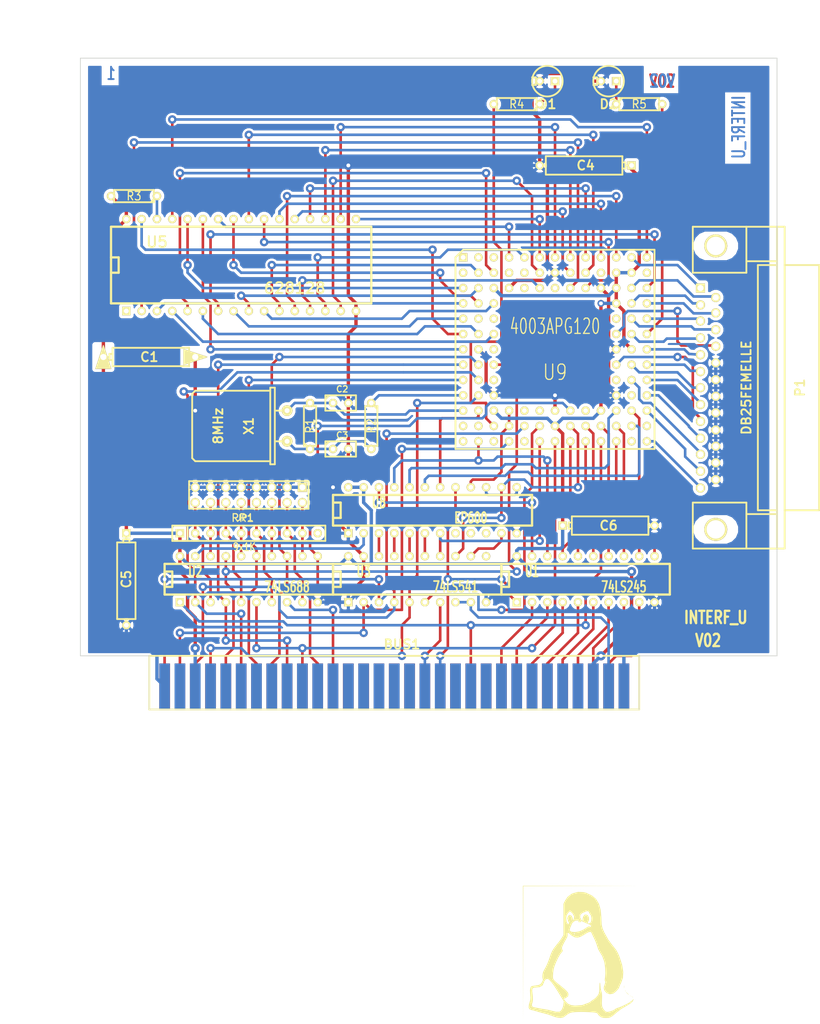
<source format=kicad_pcb>
(kicad_pcb (version 3) (host pcbnew "(2013-03-08 BZR 3989)-testing")
  (title_block (title Demo) (rev 2.C) (company Kicad))
  (layers (15 Composant signal) (0 Cuivre signal))
  (net 0 "")
  (net 1 /8MH-OUT)
  (net 2 /ACK)
  (net 3 /AUTOFD-)
  (net 4 /BIT0)
  (net 5 /BIT1)
  (net 6 /BIT2)
  (net 7 /BIT3)
  (net 8 /BIT4)
  (net 9 /BIT5)
  (net 10 /BIT6)
  (net 11 /BIT7)
  (net 12 /BUST+)
  (net 13 /CLKLCA)
  (net 14 /CS1-)
  (net 15 /D0)
  (net 16 /D1)
  (net 17 /D2)
  (net 18 /D3)
  (net 19 /D4)
  (net 20 /D5)
  (net 21 /D6)
  (net 22 /D7)
  (net 23 /DIR)
  (net 24 /DONE)
  (net 25 /ENBBUF)
  (net 26 /ERROR-)
  (net 27 /INIT-)
  (net 28 /LED1)
  (net 29 /LED2)
  (net 30 /MA0)
  (net 31 /MA1)
  (net 32 /MA10)
  (net 33 /MA11)
  (net 34 /MA12)
  (net 35 /MA13)
  (net 36 /MA14)
  (net 37 /MA15)
  (net 38 /MA16)
  (net 39 /MA2)
  (net 40 /MA3)
  (net 41 /MA4)
  (net 42 /MA5)
  (net 43 /MA6)
  (net 44 /MA7)
  (net 45 /MA8)
  (net 46 /MA9)
  (net 47 /MATCHL)
  (net 48 /MD0)
  (net 49 /MD1)
  (net 50 /MD2)
  (net 51 /MD3)
  (net 52 /MD4)
  (net 53 /MD5)
  (net 54 /MD6)
  (net 55 /MD7)
  (net 56 /OE-)
  (net 57 /PC-A0)
  (net 58 /PC-A1)
  (net 59 /PC-A10)
  (net 60 /PC-A11)
  (net 61 /PC-A2)
  (net 62 /PC-A3)
  (net 63 /PC-A4)
  (net 64 /PC-A5)
  (net 65 /PC-A6)
  (net 66 /PC-A7)
  (net 67 /PC-A8)
  (net 68 /PC-A9)
  (net 69 /PC-AEN)
  (net 70 /PC-DB0)
  (net 71 /PC-DB1)
  (net 72 /PC-DB2)
  (net 73 /PC-DB3)
  (net 74 /PC-DB4)
  (net 75 /PC-DB5)
  (net 76 /PC-DB6)
  (net 77 /PC-DB7)
  (net 78 /PC-IOR)
  (net 79 /PC-IOW)
  (net 80 /PC-RD)
  (net 81 /PC-RST)
  (net 82 /PC-WR)
  (net 83 /PE+)
  (net 84 /PROG-)
  (net 85 /REF10)
  (net 86 /REF11)
  (net 87 /REF4)
  (net 88 /REF5)
  (net 89 /REF6)
  (net 90 /REF7)
  (net 91 /REF8)
  (net 92 /REF9)
  (net 93 /RSTL)
  (net 94 /SEL_LPT)
  (net 95 /SLCT+)
  (net 96 /SLCTIN-)
  (net 97 /STROBE)
  (net 98 /WR-)
  (net 99 /WR_REG)
  (net 100 GND)
  (net 101 N-000071)
  (net 102 N-000104)
  (net 103 N-000105)
  (net 104 N-000106)
  (net 105 N-000107)
  (net 106 N-000108)
  (net 107 N-000109)
  (net 108 N-000145)
  (net 109 N-000146)
  (net 110 VCC)
  (module "" (layer Composant) (at 162.433 182.88)
    (fp_text reference G1 hide)
    (fp_text value LOGO hide)
  )
  (module PGA120 (layer Composant) (at 158.115 82.55 180)
    (fp_text reference U9)
    (fp_text value 4003APG120)
    (pad N1 thru_hole circle (at 15.24 -15.24 180) (size 1.397 1.397) (drill 0.787399) (layers *.Cu *.Mask Dessus.SilkS))
    (pad N2 thru_hole circle (at 12.7 -15.24 180) (size 1.397 1.397) (drill 0.787399) (layers *.Cu *.Mask Dessus.SilkS) (net 15 /D0))
    (pad N3 thru_hole circle (at 10.16 -15.24 180) (size 1.397 1.397) (drill 0.787399) (layers *.Cu *.Mask Dessus.SilkS))
    (pad M1 thru_hole circle (at 15.24 -12.7 180) (size 1.397 1.397) (drill 0.787399) (layers *.Cu *.Mask Dessus.SilkS))
    (pad M2 thru_hole circle (at 12.7 -12.7 180) (size 1.397 1.397) (drill 0.787399) (layers *.Cu *.Mask Dessus.SilkS))
    (pad M3 thru_hole circle (at 10.16 -12.7 180) (size 1.397 1.397) (drill 0.787399) (layers *.Cu *.Mask Dessus.SilkS) (net 28 /LED1))
    (pad L1 thru_hole circle (at 15.24 -10.16 180) (size 1.397 1.397) (drill 0.787399) (layers *.Cu *.Mask Dessus.SilkS) (net 108 N-000145))
    (pad L2 thru_hole circle (at 12.7 -10.16 180) (size 1.397 1.397) (drill 0.787399) (layers *.Cu *.Mask Dessus.SilkS) (net 94 /SEL_LPT))
    (pad L3 thru_hole circle (at 10.16 -10.16 180) (size 1.397 1.397) (drill 0.787399) (layers *.Cu *.Mask Dessus.SilkS) (net 110 VCC))
    (pad K1 thru_hole circle (at 15.24 -7.62 180) (size 1.397 1.397) (drill 0.787399) (layers *.Cu *.Mask Dessus.SilkS) (net 1 /8MH-OUT))
    (pad K2 thru_hole circle (at 12.7 -7.62 180) (size 1.397 1.397) (drill 0.787399) (layers *.Cu *.Mask Dessus.SilkS) (net 62 /PC-A3))
    (pad K3 thru_hole circle (at 10.16 -7.62 180) (size 1.397 1.397) (drill 0.787399) (layers *.Cu *.Mask Dessus.SilkS) (net 100 GND))
    (pad J1 thru_hole circle (at 15.24 -5.08 180) (size 1.397 1.397) (drill 0.787399) (layers *.Cu *.Mask Dessus.SilkS) (net 65 /PC-A6))
    (pad J2 thru_hole circle (at 12.7 -5.08 180) (size 1.397 1.397) (drill 0.787399) (layers *.Cu *.Mask Dessus.SilkS) (net 64 /PC-A5))
    (pad J3 thru_hole circle (at 10.16 -5.08 180) (size 1.397 1.397) (drill 0.787399) (layers *.Cu *.Mask Dessus.SilkS))
    (pad H1 thru_hole circle (at 15.24 -2.54 180) (size 1.397 1.397) (drill 0.787399) (layers *.Cu *.Mask Dessus.SilkS) (net 67 /PC-A8))
    (pad H2 thru_hole circle (at 12.7 -2.54 180) (size 1.397 1.397) (drill 0.787399) (layers *.Cu *.Mask Dessus.SilkS) (net 66 /PC-A7))
    (pad H3 thru_hole circle (at 10.16 -2.54 180) (size 1.397 1.397) (drill 0.787399) (layers *.Cu *.Mask Dessus.SilkS) (net 63 /PC-A4))
    (pad G1 thru_hole circle (at 15.24 0 180) (size 1.397 1.397) (drill 0.787399) (layers *.Cu *.Mask Dessus.SilkS) (net 45 /MA8))
    (pad G2 thru_hole circle (at 12.7 0 180) (size 1.397 1.397) (drill 0.787399) (layers *.Cu *.Mask Dessus.SilkS) (net 100 GND))
    (pad G3 thru_hole circle (at 10.16 0 180) (size 1.397 1.397) (drill 0.787399) (layers *.Cu *.Mask Dessus.SilkS))
    (pad F1 thru_hole circle (at 15.24 2.54 180) (size 1.397 1.397) (drill 0.787399) (layers *.Cu *.Mask Dessus.SilkS) (net 37 /MA15))
    (pad F2 thru_hole circle (at 12.7 2.54 180) (size 1.397 1.397) (drill 0.787399) (layers *.Cu *.Mask Dessus.SilkS) (net 43 /MA6))
    (pad F3 thru_hole circle (at 10.16 2.54 180) (size 1.397 1.397) (drill 0.787399) (layers *.Cu *.Mask Dessus.SilkS) (net 34 /MA12))
    (pad E1 thru_hole circle (at 15.24 5.08 180) (size 1.397 1.397) (drill 0.787399) (layers *.Cu *.Mask Dessus.SilkS) (net 41 /MA4))
    (pad E2 thru_hole circle (at 12.7 5.08 180) (size 1.397 1.397) (drill 0.787399) (layers *.Cu *.Mask Dessus.SilkS))
    (pad E3 thru_hole circle (at 10.16 5.08 180) (size 1.397 1.397) (drill 0.787399) (layers *.Cu *.Mask Dessus.SilkS))
    (pad D1 thru_hole circle (at 15.24 7.62 180) (size 1.397 1.397) (drill 0.787399) (layers *.Cu *.Mask Dessus.SilkS) (net 36 /MA14))
    (pad D2 thru_hole circle (at 12.7 7.62 180) (size 1.397 1.397) (drill 0.787399) (layers *.Cu *.Mask Dessus.SilkS) (net 33 /MA11))
    (pad D3 thru_hole circle (at 10.16 7.62 180) (size 1.397 1.397) (drill 0.787399) (layers *.Cu *.Mask Dessus.SilkS) (net 39 /MA2))
    (pad C1 thru_hole circle (at 15.24 10.16 180) (size 1.397 1.397) (drill 0.787399) (layers *.Cu *.Mask Dessus.SilkS) (net 35 /MA13))
    (pad C2 thru_hole circle (at 12.7 10.16 180) (size 1.397 1.397) (drill 0.787399) (layers *.Cu *.Mask Dessus.SilkS) (net 40 /MA3))
    (pad C3 thru_hole circle (at 10.16 10.16 180) (size 1.397 1.397) (drill 0.787399) (layers *.Cu *.Mask Dessus.SilkS) (net 110 VCC))
    (pad C4 thru_hole circle (at 7.62 10.16 180) (size 1.397 1.397) (drill 0.787399) (layers *.Cu *.Mask Dessus.SilkS) (net 100 GND))
    (pad C5 thru_hole circle (at 5.08 10.16 180) (size 1.397 1.397) (drill 0.787399) (layers *.Cu *.Mask Dessus.SilkS))
    (pad C6 thru_hole circle (at 2.54 10.16 180) (size 1.397 1.397) (drill 0.787399) (layers *.Cu *.Mask Dessus.SilkS) (net 48 /MD0))
    (pad C7 thru_hole circle (at 0 10.16 180) (size 1.397 1.397) (drill 0.787399) (layers *.Cu *.Mask Dessus.SilkS))
    (pad C8 thru_hole circle (at -2.54 10.16 180) (size 1.397 1.397) (drill 0.787399) (layers *.Cu *.Mask Dessus.SilkS) (net 38 /MA16))
    (pad C9 thru_hole circle (at -5.08 10.16 180) (size 1.397 1.397) (drill 0.787399) (layers *.Cu *.Mask Dessus.SilkS) (net 32 /MA10))
    (pad C10 thru_hole circle (at -7.62 10.16 180) (size 1.397 1.397) (drill 0.787399) (layers *.Cu *.Mask Dessus.SilkS) (net 100 GND))
    (pad C11 thru_hole circle (at -10.16 10.16 180) (size 1.397 1.397) (drill 0.787399) (layers *.Cu *.Mask Dessus.SilkS) (net 110 VCC))
    (pad C12 thru_hole circle (at -12.7 10.16 180) (size 1.397 1.397) (drill 0.787399) (layers *.Cu *.Mask Dessus.SilkS) (net 3 /AUTOFD-))
    (pad C13 thru_hole circle (at -15.24 10.16 180) (size 1.397 1.397) (drill 0.787399) (layers *.Cu *.Mask Dessus.SilkS) (net 42 /MA5))
    (pad B1 thru_hole circle (at 15.24 12.7 180) (size 1.397 1.397) (drill 0.787399) (layers *.Cu *.Mask Dessus.SilkS))
    (pad B2 thru_hole circle (at 12.7 12.7 180) (size 1.397 1.397) (drill 0.787399) (layers *.Cu *.Mask Dessus.SilkS) (net 31 /MA1))
    (pad B3 thru_hole circle (at 10.16 12.7 180) (size 1.397 1.397) (drill 0.787399) (layers *.Cu *.Mask Dessus.SilkS) (net 44 /MA7))
    (pad B4 thru_hole circle (at 7.62 12.7 180) (size 1.397 1.397) (drill 0.787399) (layers *.Cu *.Mask Dessus.SilkS))
    (pad B5 thru_hole circle (at 5.08 12.7 180) (size 1.397 1.397) (drill 0.787399) (layers *.Cu *.Mask Dessus.SilkS))
    (pad B6 thru_hole circle (at 2.54 12.7 180) (size 1.397 1.397) (drill 0.787399) (layers *.Cu *.Mask Dessus.SilkS) (net 50 /MD2))
    (pad B7 thru_hole circle (at 0 12.7 180) (size 1.397 1.397) (drill 0.787399) (layers *.Cu *.Mask Dessus.SilkS) (net 100 GND))
    (pad B8 thru_hole circle (at -2.54 12.7 180) (size 1.397 1.397) (drill 0.787399) (layers *.Cu *.Mask Dessus.SilkS) (net 55 /MD7))
    (pad B9 thru_hole circle (at -5.08 12.7 180) (size 1.397 1.397) (drill 0.787399) (layers *.Cu *.Mask Dessus.SilkS) (net 56 /OE-))
    (pad B10 thru_hole circle (at -7.62 12.7 180) (size 1.397 1.397) (drill 0.787399) (layers *.Cu *.Mask Dessus.SilkS))
    (pad B11 thru_hole circle (at -10.16 12.7 180) (size 1.397 1.397) (drill 0.787399) (layers *.Cu *.Mask Dessus.SilkS) (net 110 VCC))
    (pad B12 thru_hole circle (at -12.7 12.7 180) (size 1.397 1.397) (drill 0.787399) (layers *.Cu *.Mask Dessus.SilkS) (net 110 VCC))
    (pad B13 thru_hole circle (at -15.24 12.7 180) (size 1.397 1.397) (drill 0.787399) (layers *.Cu *.Mask Dessus.SilkS))
    (pad A1 thru_hole rect (at 15.24 15.24 180) (size 1.397 1.397) (drill 0.787399) (layers *.Cu *.Mask Dessus.SilkS))
    (pad A2 thru_hole circle (at 12.7 15.24 180) (size 1.397 1.397) (drill 0.787399) (layers *.Cu *.Mask Dessus.SilkS))
    (pad A3 thru_hole circle (at 10.16 15.24 180) (size 1.397 1.397) (drill 0.787399) (layers *.Cu *.Mask Dessus.SilkS))
    (pad A4 thru_hole circle (at 7.62 15.24 180) (size 1.397 1.397) (drill 0.787399) (layers *.Cu *.Mask Dessus.SilkS) (net 46 /MA9))
    (pad A5 thru_hole circle (at 5.08 15.24 180) (size 1.397 1.397) (drill 0.787399) (layers *.Cu *.Mask Dessus.SilkS) (net 49 /MD1))
    (pad A6 thru_hole circle (at 2.54 15.24 180) (size 1.397 1.397) (drill 0.787399) (layers *.Cu *.Mask Dessus.SilkS) (net 51 /MD3))
    (pad A7 thru_hole circle (at 0 15.24 180) (size 1.397 1.397) (drill 0.787399) (layers *.Cu *.Mask Dessus.SilkS) (net 52 /MD4))
    (pad A8 thru_hole circle (at -2.54 15.24 180) (size 1.397 1.397) (drill 0.787399) (layers *.Cu *.Mask Dessus.SilkS) (net 53 /MD5))
    (pad A9 thru_hole circle (at -5.08 15.24 180) (size 1.397 1.397) (drill 0.787399) (layers *.Cu *.Mask Dessus.SilkS) (net 54 /MD6))
    (pad A10 thru_hole circle (at -7.62 15.24 180) (size 1.397 1.397) (drill 0.787399) (layers *.Cu *.Mask Dessus.SilkS) (net 14 /CS1-))
    (pad A11 thru_hole circle (at -10.16 15.24 180) (size 1.397 1.397) (drill 0.787399) (layers *.Cu *.Mask Dessus.SilkS) (net 30 /MA0))
    (pad A12 thru_hole circle (at -12.7 15.24 180) (size 1.397 1.397) (drill 0.787399) (layers *.Cu *.Mask Dessus.SilkS) (net 97 /STROBE))
    (pad A13 thru_hole circle (at -15.24 15.24 180) (size 1.397 1.397) (drill 0.787399) (layers *.Cu *.Mask Dessus.SilkS) (net 98 /WR-))
    (pad N4 thru_hole circle (at 7.62 -15.24 180) (size 1.397 1.397) (drill 0.787399) (layers *.Cu *.Mask Dessus.SilkS) (net 58 /PC-A1))
    (pad N5 thru_hole circle (at 5.08 -15.24 180) (size 1.397 1.397) (drill 0.787399) (layers *.Cu *.Mask Dessus.SilkS))
    (pad N6 thru_hole circle (at 2.54 -15.24 180) (size 1.397 1.397) (drill 0.787399) (layers *.Cu *.Mask Dessus.SilkS) (net 82 /PC-WR))
    (pad N7 thru_hole circle (at 0 -15.24 180) (size 1.397 1.397) (drill 0.787399) (layers *.Cu *.Mask Dessus.SilkS) (net 68 /PC-A9))
    (pad N8 thru_hole circle (at -2.54 -15.24 180) (size 1.397 1.397) (drill 0.787399) (layers *.Cu *.Mask Dessus.SilkS) (net 16 /D1))
    (pad N9 thru_hole circle (at -5.08 -15.24 180) (size 1.397 1.397) (drill 0.787399) (layers *.Cu *.Mask Dessus.SilkS) (net 17 /D2))
    (pad N10 thru_hole circle (at -7.62 -15.24 180) (size 1.397 1.397) (drill 0.787399) (layers *.Cu *.Mask Dessus.SilkS) (net 69 /PC-AEN))
    (pad N11 thru_hole circle (at -10.16 -15.24 180) (size 1.397 1.397) (drill 0.787399) (layers *.Cu *.Mask Dessus.SilkS) (net 20 /D5))
    (pad N12 thru_hole circle (at -12.7 -15.24 180) (size 1.397 1.397) (drill 0.787399) (layers *.Cu *.Mask Dessus.SilkS))
    (pad N13 thru_hole circle (at -15.24 -15.24 180) (size 1.397 1.397) (drill 0.787399) (layers *.Cu *.Mask Dessus.SilkS) (net 95 /SLCT+))
    (pad M4 thru_hole circle (at 7.62 -12.7 180) (size 1.397 1.397) (drill 0.787399) (layers *.Cu *.Mask Dessus.SilkS) (net 13 /CLKLCA))
    (pad M5 thru_hole circle (at 5.08 -12.7 180) (size 1.397 1.397) (drill 0.787399) (layers *.Cu *.Mask Dessus.SilkS) (net 61 /PC-A2))
    (pad M6 thru_hole circle (at 2.54 -12.7 180) (size 1.397 1.397) (drill 0.787399) (layers *.Cu *.Mask Dessus.SilkS) (net 57 /PC-A0))
    (pad M7 thru_hole circle (at 0 -12.7 180) (size 1.397 1.397) (drill 0.787399) (layers *.Cu *.Mask Dessus.SilkS) (net 110 VCC))
    (pad M8 thru_hole circle (at -2.54 -12.7 180) (size 1.397 1.397) (drill 0.787399) (layers *.Cu *.Mask Dessus.SilkS) (net 80 /PC-RD))
    (pad M9 thru_hole circle (at -5.08 -12.7 180) (size 1.397 1.397) (drill 0.787399) (layers *.Cu *.Mask Dessus.SilkS) (net 18 /D3))
    (pad M10 thru_hole circle (at -7.62 -12.7 180) (size 1.397 1.397) (drill 0.787399) (layers *.Cu *.Mask Dessus.SilkS) (net 19 /D4))
    (pad M11 thru_hole circle (at -10.16 -12.7 180) (size 1.397 1.397) (drill 0.787399) (layers *.Cu *.Mask Dessus.SilkS) (net 21 /D6))
    (pad M12 thru_hole circle (at -12.7 -12.7 180) (size 1.397 1.397) (drill 0.787399) (layers *.Cu *.Mask Dessus.SilkS) (net 84 /PROG-))
    (pad M13 thru_hole circle (at -15.24 -12.7 180) (size 1.397 1.397) (drill 0.787399) (layers *.Cu *.Mask Dessus.SilkS))
    (pad L4 thru_hole circle (at 7.62 -10.16 180) (size 1.397 1.397) (drill 0.787399) (layers *.Cu *.Mask Dessus.SilkS) (net 13 /CLKLCA))
    (pad L5 thru_hole circle (at 5.08 -10.16 180) (size 1.397 1.397) (drill 0.787399) (layers *.Cu *.Mask Dessus.SilkS))
    (pad L6 thru_hole circle (at 2.54 -10.16 180) (size 1.397 1.397) (drill 0.787399) (layers *.Cu *.Mask Dessus.SilkS))
    (pad L7 thru_hole circle (at 0 -10.16 180) (size 1.397 1.397) (drill 0.787399) (layers *.Cu *.Mask Dessus.SilkS) (net 100 GND))
    (pad L8 thru_hole circle (at -2.54 -10.16 180) (size 1.397 1.397) (drill 0.787399) (layers *.Cu *.Mask Dessus.SilkS) (net 59 /PC-A10))
    (pad L9 thru_hole circle (at -5.08 -10.16 180) (size 1.397 1.397) (drill 0.787399) (layers *.Cu *.Mask Dessus.SilkS))
    (pad L10 thru_hole circle (at -7.62 -10.16 180) (size 1.397 1.397) (drill 0.787399) (layers *.Cu *.Mask Dessus.SilkS) (net 110 VCC))
    (pad L11 thru_hole circle (at -10.16 -10.16 180) (size 1.397 1.397) (drill 0.787399) (layers *.Cu *.Mask Dessus.SilkS) (net 24 /DONE))
    (pad L12 thru_hole circle (at -12.7 -10.16 180) (size 1.397 1.397) (drill 0.787399) (layers *.Cu *.Mask Dessus.SilkS) (net 22 /D7))
    (pad L13 thru_hole circle (at -15.24 -10.16 180) (size 1.397 1.397) (drill 0.787399) (layers *.Cu *.Mask Dessus.SilkS) (net 83 /PE+))
    (pad K11 thru_hole circle (at -10.16 -7.62 180) (size 1.397 1.397) (drill 0.787399) (layers *.Cu *.Mask Dessus.SilkS) (net 100 GND))
    (pad K12 thru_hole circle (at -12.7 -7.62 180) (size 1.397 1.397) (drill 0.787399) (layers *.Cu *.Mask Dessus.SilkS))
    (pad K13 thru_hole circle (at -15.24 -7.62 180) (size 1.397 1.397) (drill 0.787399) (layers *.Cu *.Mask Dessus.SilkS) (net 2 /ACK))
    (pad J11 thru_hole circle (at -10.16 -5.08 180) (size 1.397 1.397) (drill 0.787399) (layers *.Cu *.Mask Dessus.SilkS))
    (pad J12 thru_hole circle (at -12.7 -5.08 180) (size 1.397 1.397) (drill 0.787399) (layers *.Cu *.Mask Dessus.SilkS) (net 12 /BUST+))
    (pad J13 thru_hole circle (at -15.24 -5.08 180) (size 1.397 1.397) (drill 0.787399) (layers *.Cu *.Mask Dessus.SilkS) (net 10 /BIT6))
    (pad H11 thru_hole circle (at -10.16 -2.54 180) (size 1.397 1.397) (drill 0.787399) (layers *.Cu *.Mask Dessus.SilkS) (net 11 /BIT7))
    (pad H12 thru_hole circle (at -12.7 -2.54 180) (size 1.397 1.397) (drill 0.787399) (layers *.Cu *.Mask Dessus.SilkS) (net 9 /BIT5))
    (pad H13 thru_hole circle (at -15.24 -2.54 180) (size 1.397 1.397) (drill 0.787399) (layers *.Cu *.Mask Dessus.SilkS) (net 8 /BIT4))
    (pad G11 thru_hole circle (at -10.16 0 180) (size 1.397 1.397) (drill 0.787399) (layers *.Cu *.Mask Dessus.SilkS) (net 100 GND))
    (pad G12 thru_hole circle (at -12.7 0 180) (size 1.397 1.397) (drill 0.787399) (layers *.Cu *.Mask Dessus.SilkS) (net 110 VCC))
    (pad G13 thru_hole circle (at -15.24 0 180) (size 1.397 1.397) (drill 0.787399) (layers *.Cu *.Mask Dessus.SilkS) (net 7 /BIT3))
    (pad F11 thru_hole circle (at -10.16 2.54 180) (size 1.397 1.397) (drill 0.787399) (layers *.Cu *.Mask Dessus.SilkS) (net 96 /SLCTIN-))
    (pad F12 thru_hole circle (at -12.7 2.54 180) (size 1.397 1.397) (drill 0.787399) (layers *.Cu *.Mask Dessus.SilkS) (net 6 /BIT2))
    (pad F13 thru_hole circle (at -15.24 2.54 180) (size 1.397 1.397) (drill 0.787399) (layers *.Cu *.Mask Dessus.SilkS) (net 29 /LED2))
    (pad E11 thru_hole circle (at -10.16 5.08 180) (size 1.397 1.397) (drill 0.787399) (layers *.Cu *.Mask Dessus.SilkS))
    (pad E12 thru_hole circle (at -12.7 5.08 180) (size 1.397 1.397) (drill 0.787399) (layers *.Cu *.Mask Dessus.SilkS) (net 27 /INIT-))
    (pad E13 thru_hole circle (at -15.24 5.08 180) (size 1.397 1.397) (drill 0.787399) (layers *.Cu *.Mask Dessus.SilkS) (net 5 /BIT1))
    (pad D11 thru_hole circle (at -10.16 7.62 180) (size 1.397 1.397) (drill 0.787399) (layers *.Cu *.Mask Dessus.SilkS) (net 110 VCC))
    (pad D12 thru_hole circle (at -12.7 7.62 180) (size 1.397 1.397) (drill 0.787399) (layers *.Cu *.Mask Dessus.SilkS) (net 4 /BIT0))
    (pad D13 thru_hole circle (at -15.24 7.62 180) (size 1.397 1.397) (drill 0.787399) (layers *.Cu *.Mask Dessus.SilkS) (net 26 /ERROR-))
  )
  (module r_pack9 (layer Composant) (at 107.315 113.03)
    (fp_text reference RR1)
    (fp_text value 9x1K)
    (pad 1 thru_hole rect (at -11.43 0) (size 1.397 1.397) (drill 0.812799) (layers *.Cu *.Mask Dessus.SilkS) (net 110 VCC))
    (pad 2 thru_hole circle (at -8.89 0) (size 1.397 1.397) (drill 0.812799) (layers *.Cu *.Mask Dessus.SilkS) (net 88 /REF5))
    (pad 3 thru_hole circle (at -6.35 0) (size 1.397 1.397) (drill 0.812799) (layers *.Cu *.Mask Dessus.SilkS) (net 87 /REF4))
    (pad 4 thru_hole circle (at -3.81 0) (size 1.397 1.397) (drill 0.812799) (layers *.Cu *.Mask Dessus.SilkS) (net 91 /REF8))
    (pad 5 thru_hole circle (at -1.27 0) (size 1.397 1.397) (drill 0.812799) (layers *.Cu *.Mask Dessus.SilkS) (net 89 /REF6))
    (pad 6 thru_hole circle (at 1.27 0) (size 1.397 1.397) (drill 0.812799) (layers *.Cu *.Mask Dessus.SilkS) (net 92 /REF9))
    (pad 7 thru_hole circle (at 3.81 0) (size 1.397 1.397) (drill 0.812799) (layers *.Cu *.Mask Dessus.SilkS) (net 90 /REF7))
    (pad 8 thru_hole circle (at 6.35 0) (size 1.397 1.397) (drill 0.812799) (layers *.Cu *.Mask Dessus.SilkS) (net 86 /REF11))
    (pad 9 thru_hole circle (at 8.89 0) (size 1.397 1.397) (drill 0.812799) (layers *.Cu *.Mask Dessus.SilkS) (net 85 /REF10))
    (pad 10 thru_hole circle (at 11.43 0) (size 1.397 1.397) (drill 0.812799) (layers *.Cu *.Mask Dessus.SilkS))
  )
  (module HC-18UH (layer Composant) (at 113.665 95.25 270)
    (fp_text reference X1)
    (fp_text value 8MHz)
    (pad 1 thru_hole circle (at -2.54 0 270) (size 1.778 1.778) (drill 0.812799) (layers *.Cu *.Mask Dessus.SilkS) (net 108 N-000145))
    (pad 2 thru_hole circle (at 2.54 0 270) (size 1.778 1.778) (drill 0.812799) (layers *.Cu *.Mask Dessus.SilkS) (net 109 N-000146))
  )
  (module 24dip300 (layer Composant) (at 137.795 109.22)
    (fp_text reference U8)
    (fp_text value EP600)
    (pad 1 thru_hole rect (at -13.97 3.81) (size 1.397 1.397) (drill 0.812799) (layers *.Cu *.Mask Dessus.SilkS) (net 100 GND))
    (pad 2 thru_hole circle (at -11.43 3.81) (size 1.397 1.397) (drill 0.812799) (layers *.Cu *.Mask Dessus.SilkS) (net 47 /MATCHL))
    (pad 3 thru_hole circle (at -8.89 3.81) (size 1.397 1.397) (drill 0.812799) (layers *.Cu *.Mask Dessus.SilkS) (net 104 N-000106))
    (pad 4 thru_hole circle (at -6.35 3.81) (size 1.397 1.397) (drill 0.812799) (layers *.Cu *.Mask Dessus.SilkS) (net 105 N-000107))
    (pad 5 thru_hole circle (at -3.81 3.81) (size 1.397 1.397) (drill 0.812799) (layers *.Cu *.Mask Dessus.SilkS) (net 106 N-000108))
    (pad 6 thru_hole circle (at -1.27 3.81) (size 1.397 1.397) (drill 0.812799) (layers *.Cu *.Mask Dessus.SilkS) (net 107 N-000109))
    (pad 7 thru_hole circle (at 1.27 3.81) (size 1.397 1.397) (drill 0.812799) (layers *.Cu *.Mask Dessus.SilkS) (net 82 /PC-WR))
    (pad 8 thru_hole circle (at 3.81 3.81) (size 1.397 1.397) (drill 0.812799) (layers *.Cu *.Mask Dessus.SilkS))
    (pad 9 thru_hole circle (at 6.35 3.81) (size 1.397 1.397) (drill 0.812799) (layers *.Cu *.Mask Dessus.SilkS))
    (pad 10 thru_hole circle (at 8.89 3.81) (size 1.397 1.397) (drill 0.812799) (layers *.Cu *.Mask Dessus.SilkS))
    (pad 11 thru_hole circle (at 11.43 3.81) (size 1.397 1.397) (drill 0.812799) (layers *.Cu *.Mask Dessus.SilkS) (net 93 /RSTL))
    (pad 12 thru_hole circle (at 13.97 3.81) (size 1.397 1.397) (drill 0.812799) (layers *.Cu *.Mask Dessus.SilkS) (net 100 GND))
    (pad 13 thru_hole circle (at 13.97 -3.81) (size 1.397 1.397) (drill 0.812799) (layers *.Cu *.Mask Dessus.SilkS) (net 99 /WR_REG))
    (pad 14 thru_hole circle (at 11.43 -3.81) (size 1.397 1.397) (drill 0.812799) (layers *.Cu *.Mask Dessus.SilkS) (net 80 /PC-RD))
    (pad 15 thru_hole circle (at 8.89 -3.81) (size 1.397 1.397) (drill 0.812799) (layers *.Cu *.Mask Dessus.SilkS) (net 99 /WR_REG))
    (pad 16 thru_hole circle (at 6.35 -3.81) (size 1.397 1.397) (drill 0.812799) (layers *.Cu *.Mask Dessus.SilkS) (net 13 /CLKLCA))
    (pad 17 thru_hole circle (at 3.81 -3.81) (size 1.397 1.397) (drill 0.812799) (layers *.Cu *.Mask Dessus.SilkS) (net 23 /DIR))
    (pad 18 thru_hole circle (at 1.27 -3.81) (size 1.397 1.397) (drill 0.812799) (layers *.Cu *.Mask Dessus.SilkS) (net 94 /SEL_LPT))
    (pad 19 thru_hole circle (at -1.27 -3.81) (size 1.397 1.397) (drill 0.812799) (layers *.Cu *.Mask Dessus.SilkS) (net 84 /PROG-))
    (pad 20 thru_hole circle (at -3.81 -3.81) (size 1.397 1.397) (drill 0.812799) (layers *.Cu *.Mask Dessus.SilkS) (net 24 /DONE))
    (pad 21 thru_hole circle (at -6.35 -3.81) (size 1.397 1.397) (drill 0.812799) (layers *.Cu *.Mask Dessus.SilkS) (net 15 /D0))
    (pad 22 thru_hole circle (at -8.89 -3.81) (size 1.397 1.397) (drill 0.812799) (layers *.Cu *.Mask Dessus.SilkS) (net 25 /ENBBUF))
    (pad 23 thru_hole circle (at -11.43 -3.81) (size 1.397 1.397) (drill 0.812799) (layers *.Cu *.Mask Dessus.SilkS) (net 110 VCC))
    (pad 24 thru_hole circle (at -13.97 -3.81) (size 1.397 1.397) (drill 0.812799) (layers *.Cu *.Mask Dessus.SilkS) (net 110 VCC))
  )
  (module C1 (layer Composant) (at 122.555 91.44)
    (fp_text reference C2)
    (fp_text value 47pF hide)
    (pad 1 thru_hole circle (at -1.27 0) (size 1.397 1.397) (drill 0.812799) (layers *.Cu *.Mask Dessus.SilkS) (net 108 N-000145))
    (pad 2 thru_hole circle (at 1.27 0) (size 1.397 1.397) (drill 0.812799) (layers *.Cu *.Mask Dessus.SilkS) (net 100 GND))
  )
  (module C1 (layer Composant) (at 122.555 99.06)
    (fp_text reference C3)
    (fp_text value 47pF hide)
    (pad 1 thru_hole circle (at -1.27 0) (size 1.397 1.397) (drill 0.812799) (layers *.Cu *.Mask Dessus.SilkS) (net 109 N-000146))
    (pad 2 thru_hole circle (at 1.27 0) (size 1.397 1.397) (drill 0.812799) (layers *.Cu *.Mask Dessus.SilkS) (net 100 GND))
  )
  (module 20dip300 (layer Composant) (at 163.195 120.65)
    (fp_text reference U1)
    (fp_text value 74LS245)
    (pad 1 thru_hole rect (at -11.43 3.81) (size 1.397 1.397) (drill 0.812799) (layers *.Cu *.Mask Dessus.SilkS) (net 23 /DIR))
    (pad 2 thru_hole circle (at -8.89 3.81) (size 1.397 1.397) (drill 0.812799) (layers *.Cu *.Mask Dessus.SilkS) (net 70 /PC-DB0))
    (pad 3 thru_hole circle (at -6.35 3.81) (size 1.397 1.397) (drill 0.812799) (layers *.Cu *.Mask Dessus.SilkS) (net 71 /PC-DB1))
    (pad 4 thru_hole circle (at -3.81 3.81) (size 1.397 1.397) (drill 0.812799) (layers *.Cu *.Mask Dessus.SilkS) (net 72 /PC-DB2))
    (pad 5 thru_hole circle (at -1.27 3.81) (size 1.397 1.397) (drill 0.812799) (layers *.Cu *.Mask Dessus.SilkS) (net 73 /PC-DB3))
    (pad 6 thru_hole circle (at 1.27 3.81) (size 1.397 1.397) (drill 0.812799) (layers *.Cu *.Mask Dessus.SilkS) (net 74 /PC-DB4))
    (pad 7 thru_hole circle (at 3.81 3.81) (size 1.397 1.397) (drill 0.812799) (layers *.Cu *.Mask Dessus.SilkS) (net 75 /PC-DB5))
    (pad 8 thru_hole circle (at 6.35 3.81) (size 1.397 1.397) (drill 0.812799) (layers *.Cu *.Mask Dessus.SilkS) (net 76 /PC-DB6))
    (pad 9 thru_hole circle (at 8.89 3.81) (size 1.397 1.397) (drill 0.812799) (layers *.Cu *.Mask Dessus.SilkS) (net 77 /PC-DB7))
    (pad 10 thru_hole circle (at 11.43 3.81) (size 1.397 1.397) (drill 0.812799) (layers *.Cu *.Mask Dessus.SilkS) (net 100 GND))
    (pad 11 thru_hole circle (at 11.43 -3.81) (size 1.397 1.397) (drill 0.812799) (layers *.Cu *.Mask Dessus.SilkS) (net 22 /D7))
    (pad 12 thru_hole circle (at 8.89 -3.81) (size 1.397 1.397) (drill 0.812799) (layers *.Cu *.Mask Dessus.SilkS) (net 21 /D6))
    (pad 13 thru_hole circle (at 6.35 -3.81) (size 1.397 1.397) (drill 0.812799) (layers *.Cu *.Mask Dessus.SilkS) (net 20 /D5))
    (pad 14 thru_hole circle (at 3.81 -3.81) (size 1.397 1.397) (drill 0.812799) (layers *.Cu *.Mask Dessus.SilkS) (net 19 /D4))
    (pad 15 thru_hole circle (at 1.27 -3.81) (size 1.397 1.397) (drill 0.812799) (layers *.Cu *.Mask Dessus.SilkS) (net 18 /D3))
    (pad 16 thru_hole circle (at -1.27 -3.81) (size 1.397 1.397) (drill 0.812799) (layers *.Cu *.Mask Dessus.SilkS) (net 17 /D2))
    (pad 17 thru_hole circle (at -3.81 -3.81) (size 1.397 1.397) (drill 0.812799) (layers *.Cu *.Mask Dessus.SilkS) (net 16 /D1))
    (pad 18 thru_hole circle (at -6.35 -3.81) (size 1.397 1.397) (drill 0.812799) (layers *.Cu *.Mask Dessus.SilkS) (net 15 /D0))
    (pad 19 thru_hole circle (at -8.89 -3.81) (size 1.397 1.397) (drill 0.812799) (layers *.Cu *.Mask Dessus.SilkS) (net 25 /ENBBUF))
    (pad 20 thru_hole circle (at -11.43 -3.81) (size 1.397 1.397) (drill 0.812799) (layers *.Cu *.Mask Dessus.SilkS) (net 110 VCC))
  )
  (module 20dip300 (layer Composant) (at 135.255 120.65)
    (fp_text reference U3)
    (fp_text value 74LS541)
    (pad 1 thru_hole rect (at -11.43 3.81) (size 1.397 1.397) (drill 0.812799) (layers *.Cu *.Mask Dessus.SilkS) (net 100 GND))
    (pad 2 thru_hole circle (at -8.89 3.81) (size 1.397 1.397) (drill 0.812799) (layers *.Cu *.Mask Dessus.SilkS) (net 58 /PC-A1))
    (pad 3 thru_hole circle (at -6.35 3.81) (size 1.397 1.397) (drill 0.812799) (layers *.Cu *.Mask Dessus.SilkS) (net 57 /PC-A0))
    (pad 4 thru_hole circle (at -3.81 3.81) (size 1.397 1.397) (drill 0.812799) (layers *.Cu *.Mask Dessus.SilkS) (net 61 /PC-A2))
    (pad 5 thru_hole circle (at -1.27 3.81) (size 1.397 1.397) (drill 0.812799) (layers *.Cu *.Mask Dessus.SilkS) (net 62 /PC-A3))
    (pad 6 thru_hole circle (at 1.27 3.81) (size 1.397 1.397) (drill 0.812799) (layers *.Cu *.Mask Dessus.SilkS) (net 79 /PC-IOW))
    (pad 7 thru_hole circle (at 3.81 3.81) (size 1.397 1.397) (drill 0.812799) (layers *.Cu *.Mask Dessus.SilkS) (net 78 /PC-IOR))
    (pad 8 thru_hole circle (at 6.35 3.81) (size 1.397 1.397) (drill 0.812799) (layers *.Cu *.Mask Dessus.SilkS) (net 81 /PC-RST))
    (pad 9 thru_hole circle (at 8.89 3.81) (size 1.397 1.397) (drill 0.812799) (layers *.Cu *.Mask Dessus.SilkS) (net 81 /PC-RST))
    (pad 10 thru_hole circle (at 11.43 3.81) (size 1.397 1.397) (drill 0.812799) (layers *.Cu *.Mask Dessus.SilkS) (net 100 GND))
    (pad 11 thru_hole circle (at 11.43 -3.81) (size 1.397 1.397) (drill 0.812799) (layers *.Cu *.Mask Dessus.SilkS))
    (pad 12 thru_hole circle (at 8.89 -3.81) (size 1.397 1.397) (drill 0.812799) (layers *.Cu *.Mask Dessus.SilkS) (net 93 /RSTL))
    (pad 13 thru_hole circle (at 6.35 -3.81) (size 1.397 1.397) (drill 0.812799) (layers *.Cu *.Mask Dessus.SilkS) (net 80 /PC-RD))
    (pad 14 thru_hole circle (at 3.81 -3.81) (size 1.397 1.397) (drill 0.812799) (layers *.Cu *.Mask Dessus.SilkS) (net 82 /PC-WR))
    (pad 15 thru_hole circle (at 1.27 -3.81) (size 1.397 1.397) (drill 0.812799) (layers *.Cu *.Mask Dessus.SilkS) (net 107 N-000109))
    (pad 16 thru_hole circle (at -1.27 -3.81) (size 1.397 1.397) (drill 0.812799) (layers *.Cu *.Mask Dessus.SilkS) (net 106 N-000108))
    (pad 17 thru_hole circle (at -3.81 -3.81) (size 1.397 1.397) (drill 0.812799) (layers *.Cu *.Mask Dessus.SilkS) (net 105 N-000107))
    (pad 18 thru_hole circle (at -6.35 -3.81) (size 1.397 1.397) (drill 0.812799) (layers *.Cu *.Mask Dessus.SilkS) (net 104 N-000106))
    (pad 19 thru_hole circle (at -8.89 -3.81) (size 1.397 1.397) (drill 0.812799) (layers *.Cu *.Mask Dessus.SilkS) (net 100 GND))
    (pad 20 thru_hole circle (at -11.43 -3.81) (size 1.397 1.397) (drill 0.812799) (layers *.Cu *.Mask Dessus.SilkS) (net 110 VCC))
  )
  (module 20dip300 (layer Composant) (at 107.315 120.65)
    (fp_text reference U2)
    (fp_text value 74LS688)
    (pad 1 thru_hole rect (at -11.43 3.81) (size 1.397 1.397) (drill 0.812799) (layers *.Cu *.Mask Dessus.SilkS) (net 69 /PC-AEN))
    (pad 2 thru_hole circle (at -8.89 3.81) (size 1.397 1.397) (drill 0.812799) (layers *.Cu *.Mask Dessus.SilkS) (net 64 /PC-A5))
    (pad 3 thru_hole circle (at -6.35 3.81) (size 1.397 1.397) (drill 0.812799) (layers *.Cu *.Mask Dessus.SilkS) (net 88 /REF5))
    (pad 4 thru_hole circle (at -3.81 3.81) (size 1.397 1.397) (drill 0.812799) (layers *.Cu *.Mask Dessus.SilkS) (net 67 /PC-A8))
    (pad 5 thru_hole circle (at -1.27 3.81) (size 1.397 1.397) (drill 0.812799) (layers *.Cu *.Mask Dessus.SilkS) (net 91 /REF8))
    (pad 6 thru_hole circle (at 1.27 3.81) (size 1.397 1.397) (drill 0.812799) (layers *.Cu *.Mask Dessus.SilkS) (net 68 /PC-A9))
    (pad 7 thru_hole circle (at 3.81 3.81) (size 1.397 1.397) (drill 0.812799) (layers *.Cu *.Mask Dessus.SilkS) (net 92 /REF9))
    (pad 8 thru_hole circle (at 6.35 3.81) (size 1.397 1.397) (drill 0.812799) (layers *.Cu *.Mask Dessus.SilkS) (net 60 /PC-A11))
    (pad 9 thru_hole circle (at 8.89 3.81) (size 1.397 1.397) (drill 0.812799) (layers *.Cu *.Mask Dessus.SilkS) (net 86 /REF11))
    (pad 10 thru_hole circle (at 11.43 3.81) (size 1.397 1.397) (drill 0.812799) (layers *.Cu *.Mask Dessus.SilkS) (net 100 GND))
    (pad 11 thru_hole circle (at 11.43 -3.81) (size 1.397 1.397) (drill 0.812799) (layers *.Cu *.Mask Dessus.SilkS) (net 59 /PC-A10))
    (pad 12 thru_hole circle (at 8.89 -3.81) (size 1.397 1.397) (drill 0.812799) (layers *.Cu *.Mask Dessus.SilkS) (net 85 /REF10))
    (pad 13 thru_hole circle (at 6.35 -3.81) (size 1.397 1.397) (drill 0.812799) (layers *.Cu *.Mask Dessus.SilkS) (net 66 /PC-A7))
    (pad 14 thru_hole circle (at 3.81 -3.81) (size 1.397 1.397) (drill 0.812799) (layers *.Cu *.Mask Dessus.SilkS) (net 90 /REF7))
    (pad 15 thru_hole circle (at 1.27 -3.81) (size 1.397 1.397) (drill 0.812799) (layers *.Cu *.Mask Dessus.SilkS) (net 65 /PC-A6))
    (pad 16 thru_hole circle (at -1.27 -3.81) (size 1.397 1.397) (drill 0.812799) (layers *.Cu *.Mask Dessus.SilkS) (net 89 /REF6))
    (pad 17 thru_hole circle (at -3.81 -3.81) (size 1.397 1.397) (drill 0.812799) (layers *.Cu *.Mask Dessus.SilkS) (net 63 /PC-A4))
    (pad 18 thru_hole circle (at -6.35 -3.81) (size 1.397 1.397) (drill 0.812799) (layers *.Cu *.Mask Dessus.SilkS) (net 87 /REF4))
    (pad 19 thru_hole circle (at -8.89 -3.81) (size 1.397 1.397) (drill 0.812799) (layers *.Cu *.Mask Dessus.SilkS) (net 47 /MATCHL))
    (pad 20 thru_hole circle (at -11.43 -3.81) (size 1.397 1.397) (drill 0.812799) (layers *.Cu *.Mask Dessus.SilkS) (net 110 VCC))
  )
  (module CP6 (layer Composant) (at 90.805 83.82)
    (fp_text reference C1)
    (fp_text value 47uF hide)
    (pad 1 thru_hole trapezoid (at -7.62 0) (size 1.397 3.937) (rect_delta 0 1.27) (drill 1.016) (layers *.Cu *.Paste *.Mask Dessus.Adhes Dessus.SilkS) (net 110 VCC))
    (pad 2 thru_hole trapezoid (at 7.62 0) (size 3.937 1.397) (rect_delta 1.27 0) (drill 1.016) (layers *.Cu *.Mask Dessus.Pate Dessus.SilkS) (net 100 GND))
  )
  (module CP6 (layer Composant) (at 163.195 52.07 180)
    (fp_text reference C4)
    (fp_text value 47uF hide)
    (pad 1 thru_hole rect (at -7.62 0 180) (size 1.397 1.397) (drill 0.812799) (layers *.Cu *.Mask Dessus.SilkS) (net 110 VCC))
    (pad 2 thru_hole circle (at 7.62 0 180) (size 1.397 1.397) (drill 0.812799) (layers *.Cu *.Mask Dessus.SilkS) (net 100 GND))
  )
  (module CP6 (layer Composant) (at 86.995 120.65 270)
    (fp_text reference C5)
    (fp_text value 47uF hide)
    (pad 1 thru_hole rect (at -7.62 0 270) (size 1.397 1.397) (drill 0.812799) (layers *.Cu *.Mask Dessus.SilkS) (net 110 VCC))
    (pad 2 thru_hole circle (at 7.62 0 270) (size 1.397 1.397) (drill 0.812799) (layers *.Cu *.Mask Dessus.SilkS) (net 100 GND))
  )
  (module CP6 (layer Composant) (at 167.005 111.76)
    (fp_text reference C6)
    (fp_text value 47uF hide)
    (pad 1 thru_hole rect (at -7.62 0) (size 1.397 1.397) (drill 0.812799) (layers *.Cu *.Mask Dessus.SilkS) (net 110 VCC))
    (pad 2 thru_hole circle (at 7.62 0) (size 1.397 1.397) (drill 0.812799) (layers *.Cu *.Mask Dessus.SilkS) (net 100 GND))
  )
  (module R3 (layer Composant) (at 117.475 95.25 90)
    (fp_text reference R1)
    (fp_text value 100K hide)
    (pad 1 thru_hole circle (at -3.81 0 90) (size 1.397 1.397) (drill 0.812799) (layers *.Cu *.Mask Dessus.SilkS) (net 109 N-000146))
    (pad 2 thru_hole circle (at 3.81 0 90) (size 1.397 1.397) (drill 0.812799) (layers *.Cu *.Mask Dessus.SilkS) (net 108 N-000145))
  )
  (module R3 (layer Composant) (at 127.635 95.25 270)
    (fp_text reference R2)
    (fp_text value 1K hide)
    (pad 1 thru_hole circle (at -3.81 0 270) (size 1.397 1.397) (drill 0.812799) (layers *.Cu *.Mask Dessus.SilkS) (net 1 /8MH-OUT))
    (pad 2 thru_hole circle (at 3.81 0 270) (size 1.397 1.397) (drill 0.812799) (layers *.Cu *.Mask Dessus.SilkS) (net 109 N-000146))
  )
  (module R3 (layer Composant) (at 88.265 57.15 180)
    (fp_text reference R3)
    (fp_text value 10K hide)
    (pad 1 thru_hole circle (at -3.81 0 180) (size 1.397 1.397) (drill 0.812799) (layers *.Cu *.Mask Dessus.SilkS) (net 101 N-000071))
    (pad 2 thru_hole circle (at 3.81 0 180) (size 1.397 1.397) (drill 0.812799) (layers *.Cu *.Mask Dessus.SilkS) (net 110 VCC))
  )
  (module R3 (layer Composant) (at 151.765 41.91 180)
    (fp_text reference R4)
    (fp_text value 330 hide)
    (pad 1 thru_hole circle (at -3.81 0 180) (size 1.397 1.397) (drill 0.812799) (layers *.Cu *.Mask Dessus.SilkS) (net 103 N-000105))
    (pad 2 thru_hole circle (at 3.81 0 180) (size 1.397 1.397) (drill 0.812799) (layers *.Cu *.Mask Dessus.SilkS) (net 28 /LED1))
  )
  (module R3 (layer Composant) (at 172.085 41.91)
    (fp_text reference R5)
    (fp_text value 330 hide)
    (pad 1 thru_hole circle (at -3.81 0) (size 1.397 1.397) (drill 0.812799) (layers *.Cu *.Mask Dessus.SilkS) (net 102 N-000104))
    (pad 2 thru_hole circle (at 3.81 0) (size 1.397 1.397) (drill 0.812799) (layers *.Cu *.Mask Dessus.SilkS) (net 29 /LED2))
  )
  (module LEDV (layer Composant) (at 167.005 38.1 180)
    (fp_text reference D2)
    (fp_text value LED hide)
    (pad 1 thru_hole rect (at -1.27 0 180) (size 1.397 1.397) (drill 0.812799) (layers *.Cu *.Mask Dessus.SilkS) (net 102 N-000104))
    (pad 2 thru_hole circle (at 1.27 0 180) (size 1.397 1.397) (drill 0.812799) (layers *.Cu *.Mask Dessus.SilkS) (net 100 GND))
  )
  (module LEDV (layer Composant) (at 156.845 38.1 180)
    (fp_text reference D1)
    (fp_text value LED hide)
    (pad 1 thru_hole rect (at -1.27 0 180) (size 1.397 1.397) (drill 0.812799) (layers *.Cu *.Mask Dessus.SilkS) (net 103 N-000105))
    (pad 2 thru_hole circle (at 1.27 0 180) (size 1.397 1.397) (drill 0.812799) (layers *.Cu *.Mask Dessus.SilkS) (net 100 GND))
  )
  (module BUS_PC (layer Composant) (at 131.445 138.43)
    (fp_text reference BUS1)
    (fp_text value BUSPC hide)
    (pad 1 connect rect (at 38.1 0) (size 1.778 7.62) (layers Cuivre Dessous.Masque) (net 100 GND))
    (pad 2 connect rect (at 35.56 0) (size 1.778 7.62) (layers Cuivre Dessous.Masque) (net 81 /PC-RST))
    (pad 3 connect rect (at 33.02 0) (size 1.778 7.62) (layers Cuivre Dessous.Masque) (net 110 VCC))
    (pad 4 connect rect (at 30.48 0) (size 1.778 7.62) (layers Cuivre Dessous.Masque))
    (pad 5 connect rect (at 27.94 0) (size 1.778 7.62) (layers Cuivre Dessous.Masque))
    (pad 6 connect rect (at 25.4 0) (size 1.778 7.62) (layers Cuivre Dessous.Masque))
    (pad 7 connect rect (at 22.86 0) (size 1.778 7.62) (layers Cuivre Dessous.Masque))
    (pad 8 connect rect (at 20.32 0) (size 1.778 7.62) (layers Cuivre Dessous.Masque))
    (pad 9 connect rect (at 17.78 0) (size 1.778 7.62) (layers Cuivre Dessous.Masque))
    (pad 10 connect rect (at 15.24 0) (size 1.778 7.62) (layers Cuivre Dessous.Masque))
    (pad 11 connect rect (at 12.7 0) (size 1.778 7.62) (layers Cuivre Dessous.Masque))
    (pad 12 connect rect (at 10.16 0) (size 1.778 7.62) (layers Cuivre Dessous.Masque))
    (pad 13 connect rect (at 7.62 0) (size 1.778 7.62) (layers Cuivre Dessous.Masque) (net 79 /PC-IOW))
    (pad 14 connect rect (at 5.08 0) (size 1.778 7.62) (layers Cuivre Dessous.Masque) (net 78 /PC-IOR))
    (pad 15 connect rect (at 2.54 0) (size 1.778 7.62) (layers Cuivre Dessous.Masque))
    (pad 16 connect rect (at 0 0) (size 1.778 7.62) (layers Cuivre Dessous.Masque))
    (pad 17 connect rect (at -2.54 0) (size 1.778 7.62) (layers Cuivre Dessous.Masque))
    (pad 18 connect rect (at -5.08 0) (size 1.778 7.62) (layers Cuivre Dessous.Masque))
    (pad 19 connect rect (at -7.62 0) (size 1.778 7.62) (layers Cuivre Dessous.Masque))
    (pad 20 connect rect (at -10.16 0) (size 1.778 7.62) (layers Cuivre Dessous.Masque))
    (pad 21 connect rect (at -12.7 0) (size 1.778 7.62) (layers Cuivre Dessous.Masque))
    (pad 22 connect rect (at -15.24 0) (size 1.778 7.62) (layers Cuivre Dessous.Masque))
    (pad 23 connect rect (at -17.78 0) (size 1.778 7.62) (layers Cuivre Dessous.Masque))
    (pad 24 connect rect (at -20.32 0) (size 1.778 7.62) (layers Cuivre Dessous.Masque))
    (pad 25 connect rect (at -22.86 0) (size 1.778 7.62) (layers Cuivre Dessous.Masque))
    (pad 26 connect rect (at -25.4 0) (size 1.778 7.62) (layers Cuivre Dessous.Masque))
    (pad 27 connect rect (at -27.94 0) (size 1.778 7.62) (layers Cuivre Dessous.Masque))
    (pad 28 connect rect (at -30.48 0) (size 1.778 7.62) (layers Cuivre Dessous.Masque))
    (pad 29 connect rect (at -33.02 0) (size 1.778 7.62) (layers Cuivre Dessous.Masque) (net 110 VCC))
    (pad 30 connect rect (at -35.56 0) (size 1.778 7.62) (layers Cuivre Dessous.Masque))
    (pad 31 connect rect (at -38.1 0) (size 1.778 7.62) (layers Cuivre Dessous.Masque) (net 100 GND))
    (pad 32 connect rect (at 38.1 0) (size 1.778 7.62) (layers Composant Dessus.Masque))
    (pad 33 connect rect (at 35.56 0) (size 1.778 7.62) (layers Composant Dessus.Masque) (net 77 /PC-DB7))
    (pad 34 connect rect (at 33.02 0) (size 1.778 7.62) (layers Composant Dessus.Masque) (net 76 /PC-DB6))
    (pad 35 connect rect (at 30.48 0) (size 1.778 7.62) (layers Composant Dessus.Masque) (net 75 /PC-DB5))
    (pad 36 connect rect (at 27.94 0) (size 1.778 7.62) (layers Composant Dessus.Masque) (net 74 /PC-DB4))
    (pad 37 connect rect (at 25.4 0) (size 1.778 7.62) (layers Composant Dessus.Masque) (net 73 /PC-DB3))
    (pad 38 connect rect (at 22.86 0) (size 1.778 7.62) (layers Composant Dessus.Masque) (net 72 /PC-DB2))
    (pad 39 connect rect (at 20.32 0) (size 1.778 7.62) (layers Composant Dessus.Masque) (net 71 /PC-DB1))
    (pad 40 connect rect (at 17.78 0) (size 1.778 7.62) (layers Composant Dessus.Masque) (net 70 /PC-DB0))
    (pad 41 connect rect (at 15.24 0) (size 1.778 7.62) (layers Composant Dessus.Masque))
    (pad 42 connect rect (at 12.7 0) (size 1.778 7.62) (layers Composant Dessus.Masque) (net 69 /PC-AEN))
    (pad 43 connect rect (at 10.16 0) (size 1.778 7.62) (layers Composant Dessus.Masque))
    (pad 44 connect rect (at 7.62 0) (size 1.778 7.62) (layers Composant Dessus.Masque))
    (pad 45 connect rect (at 5.08 0) (size 1.778 7.62) (layers Composant Dessus.Masque))
    (pad 46 connect rect (at 2.54 0) (size 1.778 7.62) (layers Composant Dessus.Masque))
    (pad 47 connect rect (at 0 0) (size 1.778 7.62) (layers Composant Dessus.Masque))
    (pad 48 connect rect (at -2.54 0) (size 1.778 7.62) (layers Composant Dessus.Masque))
    (pad 49 connect rect (at -5.08 0) (size 1.778 7.62) (layers Composant Dessus.Masque))
    (pad 50 connect rect (at -7.62 0) (size 1.778 7.62) (layers Composant Dessus.Masque))
    (pad 51 connect rect (at -10.16 0) (size 1.778 7.62) (layers Composant Dessus.Masque) (net 60 /PC-A11))
    (pad 52 connect rect (at -12.7 0) (size 1.778 7.62) (layers Composant Dessus.Masque) (net 59 /PC-A10))
    (pad 53 connect rect (at -15.24 0) (size 1.778 7.62) (layers Composant Dessus.Masque) (net 68 /PC-A9))
    (pad 54 connect rect (at -17.78 0) (size 1.778 7.62) (layers Composant Dessus.Masque) (net 67 /PC-A8))
    (pad 55 connect rect (at -20.32 0) (size 1.778 7.62) (layers Composant Dessus.Masque) (net 66 /PC-A7))
    (pad 56 connect rect (at -22.86 0) (size 1.778 7.62) (layers Composant Dessus.Masque) (net 65 /PC-A6))
    (pad 57 connect rect (at -25.4 0) (size 1.778 7.62) (layers Composant Dessus.Masque) (net 64 /PC-A5))
    (pad 58 connect rect (at -27.94 0) (size 1.778 7.62) (layers Composant Dessus.Masque) (net 63 /PC-A4))
    (pad 59 connect rect (at -30.48 0) (size 1.778 7.62) (layers Composant Dessus.Masque) (net 62 /PC-A3))
    (pad 60 connect rect (at -33.02 0) (size 1.778 7.62) (layers Composant Dessus.Masque) (net 61 /PC-A2))
    (pad 61 connect rect (at -35.56 0) (size 1.778 7.62) (layers Composant Dessus.Masque) (net 58 /PC-A1))
    (pad 62 connect rect (at -38.1 0) (size 1.778 7.62) (layers Composant Dessus.Masque) (net 57 /PC-A0))
  )
  (module pin_array_8x2 (layer Composant) (at 107.315 106.68 180)
    (fp_text reference JP1)
    (fp_text value CONN_8X2 hide)
    (pad 1 thru_hole rect (at -8.89 1.27 180) (size 1.524 1.524) (drill 1.016) (layers *.Cu *.Mask Dessus.SilkS) (net 100 GND))
    (pad 2 thru_hole circle (at -8.89 -1.27 180) (size 1.524 1.524) (drill 1.016) (layers *.Cu *.Mask Dessus.SilkS) (net 85 /REF10))
    (pad 3 thru_hole circle (at -6.35 1.27 180) (size 1.524 1.524) (drill 1.016) (layers *.Cu *.Mask Dessus.SilkS) (net 100 GND))
    (pad 4 thru_hole circle (at -6.35 -1.27 180) (size 1.524 1.524) (drill 1.016) (layers *.Cu *.Mask Dessus.SilkS) (net 86 /REF11))
    (pad 5 thru_hole circle (at -3.81 1.27 180) (size 1.524 1.524) (drill 1.016) (layers *.Cu *.Mask Dessus.SilkS) (net 100 GND))
    (pad 6 thru_hole circle (at -3.81 -1.27 180) (size 1.524 1.524) (drill 1.016) (layers *.Cu *.Mask Dessus.SilkS) (net 90 /REF7))
    (pad 7 thru_hole circle (at -1.27 1.27 180) (size 1.524 1.524) (drill 1.016) (layers *.Cu *.Mask Dessus.SilkS) (net 100 GND))
    (pad 8 thru_hole circle (at -1.27 -1.27 180) (size 1.524 1.524) (drill 1.016) (layers *.Cu *.Mask Dessus.SilkS) (net 92 /REF9))
    (pad 9 thru_hole circle (at 1.27 1.27 180) (size 1.524 1.524) (drill 1.016) (layers *.Cu *.Mask Dessus.SilkS) (net 100 GND))
    (pad 10 thru_hole circle (at 1.27 -1.27 180) (size 1.524 1.524) (drill 1.016) (layers *.Cu *.Mask Dessus.SilkS) (net 89 /REF6))
    (pad 11 thru_hole circle (at 3.81 1.27 180) (size 1.524 1.524) (drill 1.016) (layers *.Cu *.Mask Dessus.SilkS) (net 100 GND))
    (pad 12 thru_hole circle (at 3.81 -1.27 180) (size 1.524 1.524) (drill 1.016) (layers *.Cu *.Mask Dessus.SilkS) (net 91 /REF8))
    (pad 13 thru_hole circle (at 6.35 1.27 180) (size 1.524 1.524) (drill 1.016) (layers *.Cu *.Mask Dessus.SilkS) (net 100 GND))
    (pad 14 thru_hole circle (at 6.35 -1.27 180) (size 1.524 1.524) (drill 1.016) (layers *.Cu *.Mask Dessus.SilkS) (net 87 /REF4))
    (pad 15 thru_hole circle (at 8.89 1.27 180) (size 1.524 1.524) (drill 1.016) (layers *.Cu *.Mask Dessus.SilkS) (net 100 GND))
    (pad 16 thru_hole circle (at 8.89 -1.27 180) (size 1.524 1.524) (drill 1.016) (layers *.Cu *.Mask Dessus.SilkS) (net 88 /REF5))
  )
  (module DIP-32__600 (layer Composant) (at 106.045 68.58)
    (fp_text reference U5)
    (fp_text value 628128)
    (pad 1 thru_hole rect (at -19.05 7.62) (size 1.397 1.397) (drill 0.812799) (layers *.Cu *.Mask Dessus.SilkS))
    (pad 2 thru_hole circle (at -16.51 7.62) (size 1.397 1.397) (drill 0.812799) (layers *.Cu *.Mask Dessus.SilkS) (net 38 /MA16))
    (pad 3 thru_hole circle (at -13.97 7.62) (size 1.397 1.397) (drill 0.812799) (layers *.Cu *.Mask Dessus.SilkS) (net 36 /MA14))
    (pad 4 thru_hole circle (at -11.43 7.62) (size 1.397 1.397) (drill 0.812799) (layers *.Cu *.Mask Dessus.SilkS) (net 34 /MA12))
    (pad 5 thru_hole circle (at -8.89 7.62) (size 1.397 1.397) (drill 0.812799) (layers *.Cu *.Mask Dessus.SilkS) (net 44 /MA7))
    (pad 6 thru_hole circle (at -6.35 7.62) (size 1.397 1.397) (drill 0.812799) (layers *.Cu *.Mask Dessus.SilkS) (net 43 /MA6))
    (pad 7 thru_hole circle (at -3.81 7.62) (size 1.397 1.397) (drill 0.812799) (layers *.Cu *.Mask Dessus.SilkS) (net 42 /MA5))
    (pad 8 thru_hole circle (at -1.27 7.62) (size 1.397 1.397) (drill 0.812799) (layers *.Cu *.Mask Dessus.SilkS) (net 41 /MA4))
    (pad 9 thru_hole circle (at 1.27 7.62) (size 1.397 1.397) (drill 0.812799) (layers *.Cu *.Mask Dessus.SilkS) (net 40 /MA3))
    (pad 10 thru_hole circle (at 3.81 7.62) (size 1.397 1.397) (drill 0.812799) (layers *.Cu *.Mask Dessus.SilkS) (net 39 /MA2))
    (pad 11 thru_hole circle (at 6.35 7.62) (size 1.397 1.397) (drill 0.812799) (layers *.Cu *.Mask Dessus.SilkS) (net 31 /MA1))
    (pad 12 thru_hole circle (at 8.89 7.62) (size 1.397 1.397) (drill 0.812799) (layers *.Cu *.Mask Dessus.SilkS) (net 30 /MA0))
    (pad 13 thru_hole circle (at 11.43 7.62) (size 1.397 1.397) (drill 0.812799) (layers *.Cu *.Mask Dessus.SilkS) (net 48 /MD0))
    (pad 14 thru_hole circle (at 13.97 7.62) (size 1.397 1.397) (drill 0.812799) (layers *.Cu *.Mask Dessus.SilkS) (net 49 /MD1))
    (pad 15 thru_hole circle (at 16.51 7.62) (size 1.397 1.397) (drill 0.812799) (layers *.Cu *.Mask Dessus.SilkS) (net 50 /MD2))
    (pad 16 thru_hole circle (at 19.05 7.62) (size 1.397 1.397) (drill 0.812799) (layers *.Cu *.Mask Dessus.SilkS) (net 100 GND))
    (pad 17 thru_hole circle (at 19.05 -7.62) (size 1.397 1.397) (drill 0.812799) (layers *.Cu *.Mask Dessus.SilkS) (net 51 /MD3))
    (pad 18 thru_hole circle (at 16.51 -7.62) (size 1.397 1.397) (drill 0.812799) (layers *.Cu *.Mask Dessus.SilkS) (net 52 /MD4))
    (pad 19 thru_hole circle (at 13.97 -7.62) (size 1.397 1.397) (drill 0.812799) (layers *.Cu *.Mask Dessus.SilkS) (net 53 /MD5))
    (pad 20 thru_hole circle (at 11.43 -7.62) (size 1.397 1.397) (drill 0.812799) (layers *.Cu *.Mask Dessus.SilkS) (net 54 /MD6))
    (pad 21 thru_hole circle (at 8.89 -7.62) (size 1.397 1.397) (drill 0.812799) (layers *.Cu *.Mask Dessus.SilkS) (net 55 /MD7))
    (pad 22 thru_hole circle (at 6.35 -7.62) (size 1.397 1.397) (drill 0.812799) (layers *.Cu *.Mask Dessus.SilkS) (net 14 /CS1-))
    (pad 23 thru_hole circle (at 3.81 -7.62) (size 1.397 1.397) (drill 0.812799) (layers *.Cu *.Mask Dessus.SilkS) (net 32 /MA10))
    (pad 24 thru_hole circle (at 1.27 -7.62) (size 1.397 1.397) (drill 0.812799) (layers *.Cu *.Mask Dessus.SilkS) (net 56 /OE-))
    (pad 25 thru_hole circle (at -1.27 -7.62) (size 1.397 1.397) (drill 0.812799) (layers *.Cu *.Mask Dessus.SilkS) (net 33 /MA11))
    (pad 26 thru_hole circle (at -3.81 -7.62) (size 1.397 1.397) (drill 0.812799) (layers *.Cu *.Mask Dessus.SilkS) (net 46 /MA9))
    (pad 27 thru_hole circle (at -6.35 -7.62) (size 1.397 1.397) (drill 0.812799) (layers *.Cu *.Mask Dessus.SilkS) (net 45 /MA8))
    (pad 28 thru_hole circle (at -8.89 -7.62) (size 1.397 1.397) (drill 0.812799) (layers *.Cu *.Mask Dessus.SilkS) (net 35 /MA13))
    (pad 29 thru_hole circle (at -11.43 -7.62) (size 1.397 1.397) (drill 0.812799) (layers *.Cu *.Mask Dessus.SilkS) (net 98 /WR-))
    (pad 30 thru_hole circle (at -13.97 -7.62) (size 1.397 1.397) (drill 0.812799) (layers *.Cu *.Mask Dessus.SilkS) (net 101 N-000071))
    (pad 31 thru_hole circle (at -16.51 -7.62) (size 1.397 1.397) (drill 0.812799) (layers *.Cu *.Mask Dessus.SilkS) (net 37 /MA15))
    (pad 32 thru_hole circle (at -19.05 -7.62) (size 1.397 1.397) (drill 0.812799) (layers *.Cu *.Mask Dessus.SilkS) (net 110 VCC))
  )
  (module DB25FC (layer Composant) (at 183.515 88.9 270)
    (fp_text reference P1)
    (fp_text value DB25FEMELLE)
    (pad "" thru_hole circle (at 23.495 -1.27 270) (size 3.81 3.81) (drill 3.048) (layers *.Cu *.Mask Dessus.SilkS))
    (pad "" thru_hole circle (at -23.495 -1.27 270) (size 3.81 3.81) (drill 3.048) (layers *.Cu *.Mask Dessus.SilkS))
    (pad 1 thru_hole rect (at -16.51 1.27 270) (size 1.524 1.524) (drill 1.016) (layers *.Cu *.Mask Dessus.SilkS) (net 97 /STROBE))
    (pad 2 thru_hole circle (at -13.716 1.27 270) (size 1.524 1.524) (drill 1.016) (layers *.Cu *.Mask Dessus.SilkS) (net 4 /BIT0))
    (pad 3 thru_hole circle (at -11.049 1.27 270) (size 1.524 1.524) (drill 1.016) (layers *.Cu *.Mask Dessus.SilkS) (net 5 /BIT1))
    (pad 4 thru_hole circle (at -8.255 1.27 270) (size 1.524 1.524) (drill 1.016) (layers *.Cu *.Mask Dessus.SilkS) (net 6 /BIT2))
    (pad 5 thru_hole circle (at -5.461 1.27 270) (size 1.524 1.524) (drill 1.016) (layers *.Cu *.Mask Dessus.SilkS) (net 7 /BIT3))
    (pad 6 thru_hole circle (at -2.667 1.27 270) (size 1.524 1.524) (drill 1.016) (layers *.Cu *.Mask Dessus.SilkS) (net 8 /BIT4))
    (pad 7 thru_hole circle (at 0 1.27 270) (size 1.524 1.524) (drill 1.016) (layers *.Cu *.Mask Dessus.SilkS) (net 9 /BIT5))
    (pad 8 thru_hole circle (at 2.794 1.27 270) (size 1.524 1.524) (drill 1.016) (layers *.Cu *.Mask Dessus.SilkS) (net 10 /BIT6))
    (pad 9 thru_hole circle (at 5.588 1.27 270) (size 1.524 1.524) (drill 1.016) (layers *.Cu *.Mask Dessus.SilkS) (net 11 /BIT7))
    (pad 10 thru_hole circle (at 8.382 1.27 270) (size 1.524 1.524) (drill 1.016) (layers *.Cu *.Mask Dessus.SilkS) (net 2 /ACK))
    (pad 11 thru_hole circle (at 11.049 1.27 270) (size 1.524 1.524) (drill 1.016) (layers *.Cu *.Mask Dessus.SilkS) (net 12 /BUST+))
    (pad 12 thru_hole circle (at 13.843 1.27 270) (size 1.524 1.524) (drill 1.016) (layers *.Cu *.Mask Dessus.SilkS) (net 83 /PE+))
    (pad 13 thru_hole circle (at 16.637 1.27 270) (size 1.524 1.524) (drill 1.016) (layers *.Cu *.Mask Dessus.SilkS) (net 95 /SLCT+))
    (pad 14 thru_hole circle (at -14.9352 -1.27 270) (size 1.524 1.524) (drill 1.016) (layers *.Cu *.Mask Dessus.SilkS) (net 3 /AUTOFD-))
    (pad 15 thru_hole circle (at -12.3952 -1.27 270) (size 1.524 1.524) (drill 1.016) (layers *.Cu *.Mask Dessus.SilkS) (net 26 /ERROR-))
    (pad 16 thru_hole circle (at -9.6012 -1.27 270) (size 1.524 1.524) (drill 1.016) (layers *.Cu *.Mask Dessus.SilkS) (net 27 /INIT-))
    (pad 17 thru_hole circle (at -6.858 -1.27 270) (size 1.524 1.524) (drill 1.016) (layers *.Cu *.Mask Dessus.SilkS) (net 96 /SLCTIN-))
    (pad 18 thru_hole circle (at -4.1148 -1.27 270) (size 1.524 1.524) (drill 1.016) (layers *.Cu *.Mask Dessus.SilkS) (net 100 GND))
    (pad 19 thru_hole circle (at -1.3208 -1.27 270) (size 1.524 1.524) (drill 1.016) (layers *.Cu *.Mask Dessus.SilkS) (net 100 GND))
    (pad 20 thru_hole circle (at 1.4224 -1.27 270) (size 1.524 1.524) (drill 1.016) (layers *.Cu *.Mask Dessus.SilkS) (net 100 GND))
    (pad 21 thru_hole circle (at 4.1656 -1.27 270) (size 1.524 1.524) (drill 1.016) (layers *.Cu *.Mask Dessus.SilkS) (net 100 GND))
    (pad 22 thru_hole circle (at 7.0104 -1.27 270) (size 1.524 1.524) (drill 1.016) (layers *.Cu *.Mask Dessus.SilkS) (net 100 GND))
    (pad 23 thru_hole circle (at 9.7028 -1.27 270) (size 1.524 1.524) (drill 1.016) (layers *.Cu *.Mask Dessus.SilkS) (net 100 GND))
    (pad 24 thru_hole circle (at 12.446 -1.27 270) (size 1.524 1.524) (drill 1.016) (layers *.Cu *.Mask Dessus.SilkS) (net 100 GND))
    (pad 25 thru_hole circle (at 15.24 -1.27 270) (size 1.524 1.524) (drill 1.016) (layers *.Cu *.Mask Dessus.SilkS) (net 100 GND))
  )
  (gr_text 1 (at 84.455 36.83) (layer Cuivre) (effects (font (size 2.032 1.524) (thickness 0.3048)) (justify mirror)))
  (gr_text 2 (at 81.915 39.37) (layer Composant) (effects (font (size 2.032 1.524) (thickness 0.3048))))
  (gr_text INTERF_U (at 188.595 45.72 90) (layer Cuivre) (effects (font (size 2.032 1.524) (thickness 0.3048)) (justify mirror)))
  (gr_text INTERF_U (at 183.515 45.72 90) (layer Composant) (effects (font (size 2.032 1.524) (thickness 0.3048))))
  (gr_text V02 (at 175.895 38.1) (layer Cuivre) (effects (font (size 2.032 1.524) (thickness 0.381)) (justify mirror)))
  (gr_text V02 (at 175.895 38.1) (layer Composant) (effects (font (size 2.032 1.524) (thickness 0.381))))
  (segment (start 127.635 91.44) (end 128.905 90.17) (width 0.4318) (layer Cuivre) (net 1))
  (segment (start 128.905 90.17) (end 142.875 90.17) (width 0.4318) (layer Cuivre) (net 1))
  (segment (start 180.34 95.25) (end 180.34 95.377) (width 0.4318) (layer Cuivre) (net 2))
  (segment (start 180.34 95.25) (end 175.26 90.17) (width 0.4318) (layer Cuivre) (net 2))
  (segment (start 182.245 97.282) (end 180.34 95.377) (width 0.4318) (layer Cuivre) (net 2))
  (segment (start 173.355 90.17) (end 175.26 90.17) (width 0.4318) (layer Cuivre) (net 2))
  (segment (start 172.085 71.12) (end 178.435 71.12) (width 0.4318) (layer Cuivre) (net 3))
  (segment (start 170.815 72.39) (end 172.085 71.12) (width 0.4318) (layer Cuivre) (net 3))
  (segment (start 181.102 73.787) (end 184.785 73.787) (width 0.4318) (layer Cuivre) (net 3))
  (segment (start 184.785 73.787) (end 184.785 73.9648) (width 0.4318) (layer Cuivre) (net 3))
  (segment (start 178.435 71.12) (end 181.102 73.787) (width 0.4318) (layer Cuivre) (net 3))
  (segment (start 179.705 73.66) (end 180.975 74.93) (width 0.4318) (layer Cuivre) (net 4))
  (segment (start 172.085 73.66) (end 179.705 73.66) (width 0.4318) (layer Cuivre) (net 4))
  (segment (start 182.245 74.93) (end 182.245 75.184) (width 0.4318) (layer Cuivre) (net 4))
  (segment (start 170.815 74.93) (end 172.085 73.66) (width 0.4318) (layer Cuivre) (net 4))
  (segment (start 180.975 74.93) (end 182.245 74.93) (width 0.4318) (layer Cuivre) (net 4))
  (segment (start 182.245 77.47) (end 182.245 77.851) (width 0.4318) (layer Cuivre) (net 5))
  (segment (start 173.355 77.47) (end 182.245 77.47) (width 0.4318) (layer Cuivre) (net 5))
  (segment (start 176.149 81.28) (end 176.657 80.772) (width 0.4318) (layer Cuivre) (net 6))
  (segment (start 170.815 80.01) (end 172.085 81.28) (width 0.4318) (layer Cuivre) (net 6))
  (segment (start 172.085 81.28) (end 176.149 81.28) (width 0.4318) (layer Cuivre) (net 6))
  (segment (start 182.245 80.772) (end 182.245 80.645) (width 0.4318) (layer Cuivre) (net 6))
  (segment (start 176.657 80.772) (end 182.245 80.772) (width 0.4318) (layer Cuivre) (net 6))
  (segment (start 173.355 82.55) (end 179.578 82.55) (width 0.4318) (layer Cuivre) (net 7))
  (segment (start 179.578 82.55) (end 180.34 83.312) (width 0.4318) (layer Cuivre) (net 7))
  (segment (start 180.34 83.312) (end 182.245 83.439) (width 0.4318) (layer Cuivre) (net 7))
  (segment (start 180.594 86.106) (end 182.245 86.106) (width 0.4318) (layer Cuivre) (net 8))
  (segment (start 182.245 86.106) (end 182.245 86.233) (width 0.4318) (layer Cuivre) (net 8))
  (segment (start 173.355 85.09) (end 179.578 85.09) (width 0.4318) (layer Cuivre) (net 8))
  (segment (start 179.578 85.09) (end 180.594 86.106) (width 0.4318) (layer Cuivre) (net 8))
  (segment (start 170.815 85.09) (end 172.085 86.36) (width 0.4318) (layer Cuivre) (net 9))
  (segment (start 180.975 88.9) (end 182.245 88.9) (width 0.4318) (layer Cuivre) (net 9))
  (segment (start 178.435 86.36) (end 180.975 88.9) (width 0.4318) (layer Cuivre) (net 9))
  (segment (start 172.085 86.36) (end 178.435 86.36) (width 0.4318) (layer Cuivre) (net 9))
  (segment (start 182.245 91.44) (end 182.245 91.694) (width 0.4318) (layer Cuivre) (net 10))
  (segment (start 173.355 87.63) (end 178.435 87.63) (width 0.4318) (layer Cuivre) (net 10))
  (segment (start 178.435 87.63) (end 182.245 91.44) (width 0.4318) (layer Cuivre) (net 10))
  (segment (start 179.705 83.82) (end 180.975 85.09) (width 0.4318) (layer Composant) (net 11))
  (segment (start 169.545 83.82) (end 178.435 83.82) (width 0.4318) (layer Cuivre) (net 11))
  (segment (start 168.275 85.09) (end 169.545 83.82) (width 0.4318) (layer Cuivre) (net 11))
  (segment (start 180.975 92.71) (end 182.245 93.98) (width 0.4318) (layer Composant) (net 11))
  (segment (start 182.245 93.98) (end 182.245 94.488) (width 0.4318) (layer Composant) (net 11))
  (via (at 178.435 83.82) (size 1.397) (layers Composant Cuivre) (net 11))
  (segment (start 180.975 85.09) (end 180.975 92.71) (width 0.4318) (layer Composant) (net 11))
  (segment (start 178.435 83.82) (end 179.705 83.82) (width 0.4318) (layer Composant) (net 11))
  (segment (start 170.815 87.63) (end 172.085 88.9) (width 0.4318) (layer Cuivre) (net 12))
  (segment (start 172.085 88.9) (end 172.085 90.805) (width 0.4318) (layer Cuivre) (net 12))
  (segment (start 173.99 91.44) (end 182.245 99.695) (width 0.4318) (layer Cuivre) (net 12))
  (segment (start 172.72 91.44) (end 173.99 91.44) (width 0.4318) (layer Cuivre) (net 12))
  (segment (start 182.245 99.695) (end 182.245 99.949) (width 0.4318) (layer Cuivre) (net 12))
  (segment (start 172.085 90.805) (end 172.72 91.44) (width 0.4318) (layer Cuivre) (net 12))
  (segment (start 147.955 104.14) (end 144.4625 104.14) (width 0.4318) (layer Composant) (net 13))
  (segment (start 150.495 95.25) (end 149.225 96.52) (width 0.4318) (layer Composant) (net 13))
  (segment (start 149.225 102.87) (end 147.955 104.14) (width 0.4318) (layer Composant) (net 13))
  (segment (start 150.495 92.71) (end 150.495 95.25) (width 0.4318) (layer Composant) (net 13))
  (segment (start 144.145 104.4575) (end 144.145 105.41) (width 0.4318) (layer Composant) (net 13))
  (segment (start 144.4625 104.14) (end 144.145 104.4575) (width 0.4318) (layer Composant) (net 13))
  (segment (start 149.225 96.52) (end 149.225 102.87) (width 0.4318) (layer Composant) (net 13))
  (segment (start 113.665 58.42) (end 112.395 59.69) (width 0.4318) (layer Cuivre) (net 14))
  (segment (start 112.395 59.69) (end 112.395 60.96) (width 0.4318) (layer Cuivre) (net 14))
  (via (at 165.735 58.42) (size 1.397) (layers Composant Cuivre) (net 14))
  (segment (start 165.735 67.31) (end 165.735 58.42) (width 0.4318) (layer Composant) (net 14))
  (segment (start 165.735 58.42) (end 113.665 58.42) (width 0.4318) (layer Cuivre) (net 14))
  (segment (start 147.955 100.965) (end 148.59 100.33) (width 0.4318) (layer Cuivre) (net 15))
  (via (at 145.415 100.965) (size 1.397) (layers Composant Cuivre) (net 15))
  (via (at 156.845 100.965) (size 1.397) (layers Composant Cuivre) (net 15))
  (segment (start 156.21 100.33) (end 156.845 100.965) (width 0.4318) (layer Cuivre) (net 15))
  (segment (start 132.715 100.965) (end 145.415 100.965) (width 0.4318) (layer Cuivre) (net 15))
  (segment (start 145.415 100.965) (end 147.955 100.965) (width 0.4318) (layer Cuivre) (net 15))
  (segment (start 131.445 102.235) (end 132.715 100.965) (width 0.4318) (layer Cuivre) (net 15))
  (segment (start 148.59 100.33) (end 156.21 100.33) (width 0.4318) (layer Cuivre) (net 15))
  (segment (start 156.845 100.965) (end 156.845 116.84) (width 0.4318) (layer Composant) (net 15))
  (segment (start 145.415 100.965) (end 145.415 97.79) (width 0.4318) (layer Composant) (net 15))
  (segment (start 131.445 105.41) (end 131.445 102.235) (width 0.4318) (layer Cuivre) (net 15))
  (segment (start 159.385 115.57) (end 161.29 113.665) (width 0.4318) (layer Composant) (net 16))
  (segment (start 159.385 116.84) (end 159.385 115.57) (width 0.4318) (layer Composant) (net 16))
  (segment (start 161.29 113.665) (end 161.29 107.315) (width 0.4318) (layer Composant) (net 16))
  (segment (start 161.29 107.315) (end 160.655 106.68) (width 0.4318) (layer Composant) (net 16))
  (segment (start 160.655 106.68) (end 160.655 97.79) (width 0.4318) (layer Composant) (net 16))
  (segment (start 163.195 97.79) (end 163.195 114.3) (width 0.4318) (layer Composant) (net 17))
  (segment (start 161.925 115.57) (end 161.925 116.84) (width 0.4318) (layer Composant) (net 17))
  (segment (start 163.195 114.3) (end 161.925 115.57) (width 0.4318) (layer Composant) (net 17))
  (segment (start 163.195 95.25) (end 164.465 96.52) (width 0.4318) (layer Composant) (net 18))
  (segment (start 164.465 96.52) (end 164.465 116.84) (width 0.4318) (layer Composant) (net 18))
  (segment (start 167.005 96.52) (end 167.005 116.84) (width 0.4318) (layer Composant) (net 19))
  (segment (start 165.735 95.25) (end 167.005 96.52) (width 0.4318) (layer Composant) (net 19))
  (segment (start 168.275 97.79) (end 168.275 112.395) (width 0.4318) (layer Composant) (net 20))
  (segment (start 169.545 113.665) (end 169.545 116.84) (width 0.4318) (layer Composant) (net 20))
  (segment (start 168.275 112.395) (end 169.545 113.665) (width 0.4318) (layer Composant) (net 20))
  (segment (start 169.545 111.76) (end 172.085 114.3) (width 0.4318) (layer Composant) (net 21))
  (segment (start 172.085 114.3) (end 172.085 116.84) (width 0.4318) (layer Composant) (net 21))
  (segment (start 169.545 96.52) (end 169.545 111.76) (width 0.4318) (layer Composant) (net 21))
  (segment (start 168.275 95.25) (end 169.545 96.52) (width 0.4318) (layer Composant) (net 21))
  (segment (start 172.085 93.98) (end 172.085 112.395) (width 0.4318) (layer Composant) (net 22))
  (segment (start 174.625 114.935) (end 174.625 116.84) (width 0.4318) (layer Composant) (net 22))
  (segment (start 172.085 112.395) (end 174.625 114.935) (width 0.4318) (layer Composant) (net 22))
  (segment (start 170.815 92.71) (end 172.085 93.98) (width 0.4318) (layer Composant) (net 22))
  (segment (start 140.335 110.49) (end 140.335 120.65) (width 0.4318) (layer Composant) (net 23))
  (segment (start 141.605 105.41) (end 141.605 109.22) (width 0.4318) (layer Composant) (net 23))
  (segment (start 141.605 109.22) (end 140.335 110.49) (width 0.4318) (layer Composant) (net 23))
  (segment (start 149.225 120.65) (end 150.495 121.92) (width 0.4318) (layer Composant) (net 23))
  (via (at 140.335 120.65) (size 1.397) (layers Composant Cuivre) (net 23))
  (via (at 149.225 120.65) (size 1.397) (layers Composant Cuivre) (net 23))
  (segment (start 150.495 123.19) (end 151.765 124.46) (width 0.4318) (layer Composant) (net 23))
  (segment (start 140.335 120.65) (end 149.225 120.65) (width 0.4318) (layer Cuivre) (net 23))
  (segment (start 150.495 121.92) (end 150.495 123.19) (width 0.4318) (layer Composant) (net 23))
  (segment (start 154.94 102.235) (end 166.37 102.235) (width 0.4318) (layer Cuivre) (net 24))
  (segment (start 149.225 102.235) (end 149.86 101.6) (width 0.4318) (layer Cuivre) (net 24))
  (segment (start 149.86 101.6) (end 154.305 101.6) (width 0.4318) (layer Cuivre) (net 24))
  (segment (start 167.005 93.98) (end 168.275 92.71) (width 0.4318) (layer Cuivre) (net 24))
  (segment (start 133.985 105.41) (end 133.985 102.5525) (width 0.4318) (layer Cuivre) (net 24))
  (segment (start 133.985 102.5525) (end 134.3025 102.235) (width 0.4318) (layer Cuivre) (net 24))
  (segment (start 134.3025 102.235) (end 149.225 102.235) (width 0.4318) (layer Cuivre) (net 24))
  (segment (start 166.37 102.235) (end 167.005 101.6) (width 0.4318) (layer Cuivre) (net 24))
  (segment (start 154.305 101.6) (end 154.94 102.235) (width 0.4318) (layer Cuivre) (net 24))
  (segment (start 167.005 101.6) (end 167.005 93.98) (width 0.4318) (layer Cuivre) (net 24))
  (via (at 128.905 107.95) (size 1.397) (layers Composant Cuivre) (net 25))
  (segment (start 128.905 105.41) (end 128.905 107.95) (width 0.4318) (layer Composant) (net 25))
  (via (at 154.305 107.95) (size 1.397) (layers Composant Cuivre) (net 25))
  (segment (start 154.305 107.95) (end 154.305 116.84) (width 0.4318) (layer Composant) (net 25))
  (segment (start 128.905 107.95) (end 154.305 107.95) (width 0.4318) (layer Cuivre) (net 25))
  (segment (start 173.355 74.93) (end 179.451 74.93) (width 0.4318) (layer Cuivre) (net 26))
  (segment (start 179.451 74.93) (end 181.102 76.581) (width 0.4318) (layer Cuivre) (net 26))
  (segment (start 184.785 76.5048) (end 184.785 76.581) (width 0.4318) (layer Cuivre) (net 26))
  (segment (start 181.102 76.581) (end 184.785 76.581) (width 0.4318) (layer Cuivre) (net 26))
  (segment (start 181.229 79.248) (end 184.785 79.248) (width 0.4318) (layer Cuivre) (net 27))
  (segment (start 170.815 77.47) (end 172.085 78.74) (width 0.4318) (layer Cuivre) (net 27))
  (segment (start 172.085 78.74) (end 180.721 78.74) (width 0.4318) (layer Cuivre) (net 27))
  (segment (start 184.785 79.248) (end 184.785 79.2988) (width 0.4318) (layer Cuivre) (net 27))
  (segment (start 180.721 78.74) (end 181.229 79.248) (width 0.4318) (layer Cuivre) (net 27))
  (segment (start 144.145 81.28) (end 149.225 81.28) (width 0.4318) (layer Composant) (net 28))
  (segment (start 144.145 91.44) (end 144.145 81.28) (width 0.4318) (layer Composant) (net 28))
  (segment (start 146.685 91.44) (end 144.145 91.44) (width 0.4318) (layer Composant) (net 28))
  (segment (start 147.955 64.77) (end 147.955 41.91) (width 0.4318) (layer Composant) (net 28))
  (segment (start 146.685 93.98) (end 146.685 91.44) (width 0.4318) (layer Composant) (net 28))
  (segment (start 149.225 66.04) (end 147.955 64.77) (width 0.4318) (layer Composant) (net 28))
  (segment (start 149.225 81.28) (end 149.225 66.04) (width 0.4318) (layer Composant) (net 28))
  (segment (start 147.955 95.25) (end 146.685 93.98) (width 0.4318) (layer Composant) (net 28))
  (segment (start 175.895 77.47) (end 175.895 41.91) (width 0.4318) (layer Composant) (net 29))
  (segment (start 173.355 80.01) (end 175.895 77.47) (width 0.4318) (layer Composant) (net 29))
  (segment (start 168.275 57.15) (end 113.665 57.15) (width 0.4318) (layer Cuivre) (net 30))
  (segment (start 114.935 76.2) (end 114.935 74.93) (width 0.4318) (layer Composant) (net 30))
  (via (at 168.275 57.15) (size 1.397) (layers Composant Cuivre) (net 30))
  (segment (start 113.665 57.15) (end 113.665 73.66) (width 0.4318) (layer Composant) (net 30))
  (segment (start 168.275 67.31) (end 168.275 57.15) (width 0.4318) (layer Composant) (net 30))
  (segment (start 114.935 74.93) (end 113.665 73.66) (width 0.4318) (layer Composant) (net 30))
  (via (at 113.665 57.15) (size 1.397) (layers Composant Cuivre) (net 30))
  (via (at 111.125 68.58) (size 1.397) (layers Composant Cuivre) (net 31))
  (segment (start 112.395 74.93) (end 111.125 73.66) (width 0.4318) (layer Composant) (net 31))
  (segment (start 112.395 76.2) (end 112.395 74.93) (width 0.4318) (layer Composant) (net 31))
  (segment (start 144.145 68.58) (end 111.125 68.58) (width 0.4318) (layer Cuivre) (net 31))
  (segment (start 111.125 73.66) (end 111.125 68.58) (width 0.4318) (layer Composant) (net 31))
  (segment (start 145.415 69.85) (end 144.145 68.58) (width 0.4318) (layer Cuivre) (net 31))
  (segment (start 167.005 71.12) (end 167.005 64.77) (width 0.4318) (layer Composant) (net 32))
  (via (at 109.855 64.77) (size 1.397) (layers Composant Cuivre) (net 32))
  (segment (start 163.195 72.39) (end 164.465 71.12) (width 0.4318) (layer Composant) (net 32))
  (segment (start 164.465 71.12) (end 167.005 71.12) (width 0.4318) (layer Composant) (net 32))
  (segment (start 167.005 64.77) (end 109.855 64.77) (width 0.4318) (layer Cuivre) (net 32))
  (via (at 167.005 64.77) (size 1.397) (layers Composant Cuivre) (net 32))
  (segment (start 109.855 64.77) (end 109.855 60.96) (width 0.4318) (layer Composant) (net 32))
  (segment (start 141.605 73.66) (end 139.065 71.12) (width 0.4318) (layer Composant) (net 33))
  (via (at 139.065 69.85) (size 1.397) (layers Composant Cuivre) (net 33))
  (via (at 104.775 68.58) (size 1.397) (layers Composant Cuivre) (net 33))
  (segment (start 139.065 71.12) (end 139.065 69.85) (width 0.4318) (layer Composant) (net 33))
  (segment (start 106.045 69.85) (end 104.775 68.58) (width 0.4318) (layer Cuivre) (net 33))
  (segment (start 139.065 69.85) (end 106.045 69.85) (width 0.4318) (layer Cuivre) (net 33))
  (segment (start 104.775 68.58) (end 104.775 60.96) (width 0.4318) (layer Composant) (net 33))
  (segment (start 144.145 73.66) (end 141.605 73.66) (width 0.4318) (layer Composant) (net 33))
  (segment (start 145.415 74.93) (end 144.145 73.66) (width 0.4318) (layer Composant) (net 33))
  (segment (start 147.955 80.01) (end 146.685 81.28) (width 0.4318) (layer Cuivre) (net 34))
  (segment (start 99.695 81.28) (end 94.615 76.2) (width 0.4318) (layer Cuivre) (net 34))
  (segment (start 146.685 81.28) (end 99.695 81.28) (width 0.4318) (layer Cuivre) (net 34))
  (segment (start 94.615 76.2) (end 94.615 76.2) (width 0.4318) (layer Cuivre) (net 34))
  (segment (start 99.695 72.39) (end 97.155 69.85) (width 0.4318) (layer Cuivre) (net 35))
  (via (at 97.155 68.58) (size 1.397) (layers Composant Cuivre) (net 35))
  (segment (start 97.155 68.58) (end 97.155 60.96) (width 0.4318) (layer Composant) (net 35))
  (segment (start 97.155 69.85) (end 97.155 68.58) (width 0.4318) (layer Cuivre) (net 35))
  (segment (start 142.875 72.39) (end 99.695 72.39) (width 0.4318) (layer Cuivre) (net 35))
  (segment (start 142.875 74.93) (end 93.345 74.93) (width 0.4318) (layer Cuivre) (net 36))
  (segment (start 93.345 74.93) (end 92.075 76.2) (width 0.4318) (layer Cuivre) (net 36))
  (segment (start 137.795 66.04) (end 90.17 66.04) (width 0.4318) (layer Cuivre) (net 37))
  (via (at 137.795 66.04) (size 1.397) (layers Composant Cuivre) (net 37))
  (segment (start 89.535 60.96) (end 89.535 65.405) (width 0.4318) (layer Cuivre) (net 37))
  (segment (start 140.335 80.01) (end 142.875 80.01) (width 0.4318) (layer Composant) (net 37))
  (segment (start 137.795 77.47) (end 140.335 80.01) (width 0.4318) (layer Composant) (net 37))
  (segment (start 90.17 66.04) (end 89.535 65.405) (width 0.4318) (layer Cuivre) (net 37))
  (segment (start 137.795 66.04) (end 137.795 77.47) (width 0.4318) (layer Composant) (net 37))
  (segment (start 161.925 71.12) (end 160.655 72.39) (width 0.4318) (layer Composant) (net 38))
  (segment (start 89.535 74.93) (end 89.535 76.2) (width 0.4318) (layer Composant) (net 38))
  (via (at 161.925 48.26) (size 1.397) (layers Composant Cuivre) (net 38))
  (segment (start 88.265 48.26) (end 88.265 73.66) (width 0.4318) (layer Composant) (net 38))
  (segment (start 88.265 73.66) (end 89.535 74.93) (width 0.4318) (layer Composant) (net 38))
  (via (at 88.265 48.26) (size 1.397) (layers Composant Cuivre) (net 38))
  (segment (start 161.925 48.26) (end 161.925 71.12) (width 0.4318) (layer Composant) (net 38))
  (segment (start 161.925 48.26) (end 88.265 48.26) (width 0.4318) (layer Cuivre) (net 38))
  (segment (start 111.125 77.47) (end 109.855 76.2) (width 0.4318) (layer Cuivre) (net 39))
  (segment (start 132.715 77.47) (end 111.125 77.47) (width 0.4318) (layer Cuivre) (net 39))
  (segment (start 133.985 76.2) (end 132.715 77.47) (width 0.4318) (layer Cuivre) (net 39))
  (segment (start 147.955 74.93) (end 146.685 76.2) (width 0.4318) (layer Cuivre) (net 39))
  (segment (start 146.685 76.2) (end 133.985 76.2) (width 0.4318) (layer Cuivre) (net 39))
  (segment (start 144.145 73.66) (end 106.045 73.66) (width 0.4318) (layer Cuivre) (net 40))
  (segment (start 107.315 76.2) (end 107.315 74.93) (width 0.4318) (layer Composant) (net 40))
  (via (at 106.045 73.66) (size 1.397) (layers Composant Cuivre) (net 40))
  (segment (start 107.315 74.93) (end 106.045 73.66) (width 0.4318) (layer Composant) (net 40))
  (segment (start 145.415 72.39) (end 144.145 73.66) (width 0.4318) (layer Cuivre) (net 40))
  (segment (start 133.985 78.74) (end 107.315 78.74) (width 0.4318) (layer Cuivre) (net 41))
  (segment (start 107.315 78.74) (end 104.775 76.2) (width 0.4318) (layer Cuivre) (net 41))
  (segment (start 142.875 77.47) (end 135.255 77.47) (width 0.4318) (layer Cuivre) (net 41))
  (segment (start 135.255 77.47) (end 133.985 78.74) (width 0.4318) (layer Cuivre) (net 41))
  (segment (start 100.965 73.66) (end 100.965 63.5) (width 0.4318) (layer Composant) (net 42))
  (via (at 174.625 63.5) (size 1.397) (layers Composant Cuivre) (net 42))
  (segment (start 102.235 74.93) (end 100.965 73.66) (width 0.4318) (layer Composant) (net 42))
  (segment (start 174.625 63.5) (end 174.625 71.12) (width 0.4318) (layer Composant) (net 42))
  (segment (start 100.965 63.5) (end 174.625 63.5) (width 0.4318) (layer Cuivre) (net 42))
  (via (at 100.965 63.5) (size 1.397) (layers Composant Cuivre) (net 42))
  (segment (start 102.235 76.2) (end 102.235 74.93) (width 0.4318) (layer Composant) (net 42))
  (segment (start 174.625 71.12) (end 173.355 72.39) (width 0.4318) (layer Composant) (net 42))
  (segment (start 144.145 78.74) (end 136.525 78.74) (width 0.4318) (layer Cuivre) (net 43))
  (segment (start 136.525 78.74) (end 135.255 80.01) (width 0.4318) (layer Cuivre) (net 43))
  (segment (start 145.415 80.01) (end 144.145 78.74) (width 0.4318) (layer Cuivre) (net 43))
  (segment (start 102.235 80.01) (end 99.695 77.47) (width 0.4318) (layer Cuivre) (net 43))
  (segment (start 135.255 80.01) (end 102.235 80.01) (width 0.4318) (layer Cuivre) (net 43))
  (segment (start 99.695 77.47) (end 99.695 76.2) (width 0.4318) (layer Cuivre) (net 43))
  (segment (start 146.685 68.58) (end 146.685 53.34) (width 0.4318) (layer Composant) (net 44))
  (segment (start 97.155 76.2) (end 97.155 74.93) (width 0.4318) (layer Composant) (net 44))
  (segment (start 147.955 69.85) (end 146.685 68.58) (width 0.4318) (layer Composant) (net 44))
  (via (at 95.885 53.34) (size 1.397) (layers Composant Cuivre) (net 44))
  (segment (start 97.155 74.93) (end 95.885 73.66) (width 0.4318) (layer Composant) (net 44))
  (via (at 146.685 53.34) (size 1.397) (layers Composant Cuivre) (net 44))
  (segment (start 146.685 53.34) (end 95.885 53.34) (width 0.4318) (layer Cuivre) (net 44))
  (segment (start 95.885 53.34) (end 95.885 73.66) (width 0.4318) (layer Composant) (net 44))
  (segment (start 99.695 73.66) (end 99.695 60.96) (width 0.4318) (layer Composant) (net 45))
  (segment (start 142.875 82.55) (end 100.965 82.55) (width 0.4318) (layer Cuivre) (net 45))
  (segment (start 100.965 74.93) (end 99.695 73.66) (width 0.4318) (layer Composant) (net 45))
  (segment (start 100.965 82.55) (end 100.965 74.93) (width 0.4318) (layer Composant) (net 45))
  (via (at 100.965 82.55) (size 1.397) (layers Composant Cuivre) (net 45))
  (segment (start 150.495 62.23) (end 103.505 62.23) (width 0.4318) (layer Cuivre) (net 46))
  (segment (start 103.505 62.23) (end 102.235 60.96) (width 0.4318) (layer Cuivre) (net 46))
  (segment (start 150.495 67.31) (end 150.495 62.23) (width 0.4318) (layer Composant) (net 46))
  (via (at 150.495 62.23) (size 1.397) (layers Composant Cuivre) (net 46))
  (segment (start 98.425 116.84) (end 99.695 115.57) (width 0.4318) (layer Cuivre) (net 47))
  (segment (start 125.73 115.57) (end 126.365 114.935) (width 0.4318) (layer Cuivre) (net 47))
  (segment (start 99.695 115.57) (end 125.73 115.57) (width 0.4318) (layer Cuivre) (net 47))
  (segment (start 126.365 114.935) (end 126.365 113.03) (width 0.4318) (layer Cuivre) (net 47))
  (segment (start 116.205 73.66) (end 116.205 71.12) (width 0.4318) (layer Composant) (net 48))
  (segment (start 155.575 72.39) (end 154.305 71.12) (width 0.4318) (layer Cuivre) (net 48))
  (segment (start 117.475 76.2) (end 117.475 74.93) (width 0.4318) (layer Composant) (net 48))
  (via (at 116.205 71.12) (size 1.397) (layers Composant Cuivre) (net 48))
  (segment (start 117.475 74.93) (end 116.205 73.66) (width 0.4318) (layer Composant) (net 48))
  (segment (start 154.305 71.12) (end 116.205 71.12) (width 0.4318) (layer Cuivre) (net 48))
  (segment (start 140.335 66.04) (end 139.065 67.31) (width 0.4318) (layer Cuivre) (net 49))
  (segment (start 139.065 67.31) (end 118.745 67.31) (width 0.4318) (layer Cuivre) (net 49))
  (segment (start 120.015 74.93) (end 118.745 73.66) (width 0.4318) (layer Composant) (net 49))
  (segment (start 118.745 67.31) (end 118.745 73.66) (width 0.4318) (layer Composant) (net 49))
  (segment (start 153.035 67.31) (end 151.765 66.04) (width 0.4318) (layer Cuivre) (net 49))
  (via (at 118.745 67.31) (size 1.397) (layers Composant Cuivre) (net 49))
  (segment (start 151.765 66.04) (end 140.335 66.04) (width 0.4318) (layer Cuivre) (net 49))
  (segment (start 120.015 76.2) (end 120.015 74.93) (width 0.4318) (layer Composant) (net 49))
  (segment (start 121.285 73.66) (end 121.285 54.61) (width 0.4318) (layer Composant) (net 50))
  (segment (start 154.305 68.58) (end 154.305 57.15) (width 0.4318) (layer Composant) (net 50))
  (via (at 151.765 54.61) (size 1.397) (layers Composant Cuivre) (net 50))
  (segment (start 122.555 76.2) (end 122.555 74.93) (width 0.4318) (layer Composant) (net 50))
  (segment (start 154.305 57.15) (end 151.765 54.61) (width 0.4318) (layer Composant) (net 50))
  (segment (start 122.555 74.93) (end 121.285 73.66) (width 0.4318) (layer Composant) (net 50))
  (via (at 121.285 54.61) (size 1.397) (layers Composant Cuivre) (net 50))
  (segment (start 155.575 69.85) (end 154.305 68.58) (width 0.4318) (layer Composant) (net 50))
  (segment (start 121.285 54.61) (end 151.765 54.61) (width 0.4318) (layer Cuivre) (net 50))
  (segment (start 155.575 67.31) (end 155.575 60.96) (width 0.4318) (layer Composant) (net 51))
  (segment (start 155.575 60.96) (end 125.095 60.96) (width 0.4318) (layer Cuivre) (net 51))
  (via (at 155.575 60.96) (size 1.397) (layers Composant Cuivre) (net 51))
  (segment (start 158.115 67.31) (end 158.115 45.72) (width 0.4318) (layer Composant) (net 52))
  (via (at 158.115 45.72) (size 1.397) (layers Composant Cuivre) (net 52))
  (segment (start 158.115 45.72) (end 122.555 45.72) (width 0.4318) (layer Cuivre) (net 52))
  (segment (start 122.555 60.96) (end 122.555 45.72) (width 0.4318) (layer Composant) (net 52))
  (via (at 122.555 45.72) (size 1.397) (layers Composant Cuivre) (net 52))
  (segment (start 120.015 49.53) (end 160.655 49.53) (width 0.4318) (layer Cuivre) (net 53))
  (via (at 120.015 49.53) (size 1.397) (layers Composant Cuivre) (net 53))
  (via (at 160.655 49.53) (size 1.397) (layers Composant Cuivre) (net 53))
  (segment (start 160.655 67.31) (end 160.655 49.53) (width 0.4318) (layer Composant) (net 53))
  (segment (start 120.015 60.96) (end 120.015 49.53) (width 0.4318) (layer Composant) (net 53))
  (via (at 163.195 55.88) (size 1.397) (layers Composant Cuivre) (net 54))
  (segment (start 117.475 60.96) (end 117.475 55.88) (width 0.4318) (layer Composant) (net 54))
  (via (at 117.475 55.88) (size 1.397) (layers Composant Cuivre) (net 54))
  (segment (start 163.195 67.31) (end 163.195 55.88) (width 0.4318) (layer Composant) (net 54))
  (segment (start 117.475 55.88) (end 163.195 55.88) (width 0.4318) (layer Cuivre) (net 54))
  (segment (start 159.385 68.58) (end 159.385 59.69) (width 0.4318) (layer Composant) (net 55))
  (segment (start 116.205 59.69) (end 114.935 60.96) (width 0.4318) (layer Cuivre) (net 55))
  (segment (start 160.655 69.85) (end 159.385 68.58) (width 0.4318) (layer Composant) (net 55))
  (via (at 159.385 59.69) (size 1.397) (layers Composant Cuivre) (net 55))
  (segment (start 159.385 59.69) (end 116.205 59.69) (width 0.4318) (layer Cuivre) (net 55))
  (segment (start 107.315 46.99) (end 107.315 60.96) (width 0.4318) (layer Composant) (net 56))
  (segment (start 164.465 68.58) (end 164.465 46.99) (width 0.4318) (layer Composant) (net 56))
  (segment (start 163.195 69.85) (end 164.465 68.58) (width 0.4318) (layer Composant) (net 56))
  (via (at 164.465 46.99) (size 1.397) (layers Composant Cuivre) (net 56))
  (segment (start 164.465 46.99) (end 107.315 46.99) (width 0.4318) (layer Cuivre) (net 56))
  (via (at 107.315 46.99) (size 1.397) (layers Composant Cuivre) (net 56))
  (segment (start 149.225 125.73) (end 145.415 125.73) (width 0.4318) (layer Cuivre) (net 57))
  (segment (start 155.575 95.25) (end 154.305 96.52) (width 0.4318) (layer Composant) (net 57))
  (segment (start 128.905 124.46) (end 128.905 120.65) (width 0.4318) (layer Composant) (net 57))
  (via (at 149.225 125.73) (size 1.397) (layers Composant Cuivre) (net 57))
  (segment (start 93.345 120.65) (end 93.345 138.43) (width 0.4318) (layer Composant) (net 57))
  (via (at 128.905 120.65) (size 1.397) (layers Composant Cuivre) (net 57))
  (segment (start 154.305 96.52) (end 154.305 105.41) (width 0.4318) (layer Composant) (net 57))
  (segment (start 130.175 123.19) (end 128.905 124.46) (width 0.4318) (layer Cuivre) (net 57))
  (segment (start 145.415 123.19) (end 130.175 123.19) (width 0.4318) (layer Cuivre) (net 57))
  (segment (start 145.415 125.73) (end 145.415 123.19) (width 0.4318) (layer Cuivre) (net 57))
  (segment (start 153.035 106.68) (end 153.035 125.73) (width 0.4318) (layer Composant) (net 57))
  (segment (start 153.035 125.73) (end 149.225 125.73) (width 0.4318) (layer Composant) (net 57))
  (segment (start 128.905 120.65) (end 93.345 120.65) (width 0.4318) (layer Cuivre) (net 57))
  (via (at 93.345 120.65) (size 1.397) (layers Composant Cuivre) (net 57))
  (segment (start 154.305 105.41) (end 153.035 106.68) (width 0.4318) (layer Composant) (net 57))
  (segment (start 132.715 99.06) (end 132.715 125.73) (width 0.4318) (layer Composant) (net 58))
  (via (at 126.365 129.54) (size 1.397) (layers Composant Cuivre) (net 58))
  (segment (start 132.715 125.73) (end 127.635 125.73) (width 0.4318) (layer Composant) (net 58))
  (segment (start 149.225 99.06) (end 132.715 99.06) (width 0.4318) (layer Cuivre) (net 58))
  (segment (start 127.635 125.73) (end 126.365 124.46) (width 0.4318) (layer Composant) (net 58))
  (segment (start 150.495 97.79) (end 149.225 99.06) (width 0.4318) (layer Cuivre) (net 58))
  (via (at 95.885 129.54) (size 1.397) (layers Composant Cuivre) (net 58))
  (segment (start 126.365 129.54) (end 95.885 129.54) (width 0.4318) (layer Cuivre) (net 58))
  (via (at 132.715 99.06) (size 1.397) (layers Composant Cuivre) (net 58))
  (segment (start 95.885 129.54) (end 95.885 138.43) (width 0.4318) (layer Composant) (net 58))
  (segment (start 126.365 124.46) (end 126.365 129.54) (width 0.4318) (layer Composant) (net 58))
  (segment (start 118.745 134.62) (end 117.475 133.35) (width 0.4318) (layer Composant) (net 59))
  (segment (start 117.475 123.19) (end 118.745 121.92) (width 0.4318) (layer Composant) (net 59))
  (segment (start 159.385 91.44) (end 147.32 91.44) (width 0.4318) (layer Cuivre) (net 59))
  (segment (start 160.655 92.71) (end 159.385 91.44) (width 0.4318) (layer Cuivre) (net 59))
  (segment (start 118.745 138.43) (end 118.745 134.62) (width 0.4318) (layer Composant) (net 59))
  (segment (start 146.685 92.075) (end 146.685 93.345) (width 0.4318) (layer Cuivre) (net 59))
  (segment (start 117.475 115.57) (end 118.745 116.84) (width 0.4318) (layer Composant) (net 59))
  (segment (start 147.32 91.44) (end 146.685 92.075) (width 0.4318) (layer Cuivre) (net 59))
  (segment (start 117.475 110.49) (end 117.475 115.57) (width 0.4318) (layer Composant) (net 59))
  (segment (start 118.745 95.25) (end 118.745 109.22) (width 0.4318) (layer Composant) (net 59))
  (segment (start 118.745 109.22) (end 117.475 110.49) (width 0.4318) (layer Composant) (net 59))
  (segment (start 146.685 93.345) (end 146.05 93.98) (width 0.4318) (layer Cuivre) (net 59))
  (segment (start 133.985 95.25) (end 118.745 95.25) (width 0.4318) (layer Cuivre) (net 59))
  (segment (start 117.475 133.35) (end 117.475 123.19) (width 0.4318) (layer Composant) (net 59))
  (segment (start 135.255 93.98) (end 133.985 95.25) (width 0.4318) (layer Cuivre) (net 59))
  (segment (start 146.05 93.98) (end 135.255 93.98) (width 0.4318) (layer Cuivre) (net 59))
  (via (at 118.745 95.25) (size 1.397) (layers Composant Cuivre) (net 59))
  (segment (start 118.745 121.92) (end 118.745 116.84) (width 0.4318) (layer Composant) (net 59))
  (via (at 121.285 125.73) (size 1.397) (layers Composant Cuivre) (net 60))
  (segment (start 121.285 125.73) (end 114.935 125.73) (width 0.4318) (layer Cuivre) (net 60))
  (segment (start 114.935 125.73) (end 113.665 124.46) (width 0.4318) (layer Cuivre) (net 60))
  (segment (start 121.285 138.43) (end 121.285 125.73) (width 0.4318) (layer Composant) (net 60))
  (segment (start 131.445 125.73) (end 130.175 127) (width 0.4318) (layer Cuivre) (net 61))
  (segment (start 131.445 122.555) (end 131.445 124.46) (width 0.4318) (layer Composant) (net 61))
  (via (at 99.695 121.92) (size 1.397) (layers Composant Cuivre) (net 61))
  (segment (start 130.175 127) (end 113.665 127) (width 0.4318) (layer Cuivre) (net 61))
  (segment (start 112.395 125.73) (end 112.395 123.19) (width 0.4318) (layer Cuivre) (net 61))
  (segment (start 130.175 121.285) (end 131.445 122.555) (width 0.4318) (layer Composant) (net 61))
  (via (at 130.175 96.52) (size 1.397) (layers Composant Cuivre) (net 61))
  (segment (start 112.395 123.19) (end 111.125 121.92) (width 0.4318) (layer Cuivre) (net 61))
  (segment (start 113.665 127) (end 112.395 125.73) (width 0.4318) (layer Cuivre) (net 61))
  (segment (start 111.125 121.92) (end 99.695 121.92) (width 0.4318) (layer Cuivre) (net 61))
  (segment (start 130.175 96.52) (end 130.175 121.285) (width 0.4318) (layer Composant) (net 61))
  (segment (start 153.035 95.25) (end 151.765 96.52) (width 0.4318) (layer Cuivre) (net 61))
  (segment (start 99.695 121.92) (end 99.695 133.35) (width 0.4318) (layer Composant) (net 61))
  (segment (start 99.695 133.35) (end 98.425 134.62) (width 0.4318) (layer Composant) (net 61))
  (segment (start 131.445 124.46) (end 131.445 125.73) (width 0.4318) (layer Cuivre) (net 61))
  (segment (start 98.425 134.62) (end 98.425 138.43) (width 0.4318) (layer Composant) (net 61))
  (segment (start 151.765 96.52) (end 130.175 96.52) (width 0.4318) (layer Cuivre) (net 61))
  (via (at 135.255 91.44) (size 1.397) (layers Composant Cuivre) (net 62))
  (via (at 100.965 132.08) (size 1.397) (layers Composant Cuivre) (net 62))
  (segment (start 100.965 132.08) (end 100.965 138.43) (width 0.4318) (layer Composant) (net 62))
  (segment (start 133.985 124.46) (end 133.985 127) (width 0.4318) (layer Composant) (net 62))
  (segment (start 133.985 121.285) (end 135.255 120.015) (width 0.4318) (layer Composant) (net 62))
  (segment (start 132.715 128.27) (end 132.715 133.35) (width 0.4318) (layer Composant) (net 62))
  (segment (start 135.255 91.44) (end 144.145 91.44) (width 0.4318) (layer Cuivre) (net 62))
  (via (at 132.715 133.35) (size 1.397) (layers Composant Cuivre) (net 62))
  (segment (start 132.715 133.35) (end 107.315 133.35) (width 0.4318) (layer Cuivre) (net 62))
  (segment (start 133.985 124.46) (end 133.985 121.285) (width 0.4318) (layer Composant) (net 62))
  (segment (start 133.985 127) (end 132.715 128.27) (width 0.4318) (layer Composant) (net 62))
  (segment (start 135.255 120.015) (end 135.255 91.44) (width 0.4318) (layer Composant) (net 62))
  (segment (start 144.145 91.44) (end 145.415 90.17) (width 0.4318) (layer Cuivre) (net 62))
  (segment (start 106.045 132.08) (end 100.965 132.08) (width 0.4318) (layer Cuivre) (net 62))
  (segment (start 107.315 133.35) (end 106.045 132.08) (width 0.4318) (layer Cuivre) (net 62))
  (via (at 103.505 119.38) (size 1.397) (layers Composant Cuivre) (net 63))
  (segment (start 103.505 138.43) (end 103.505 133.35) (width 0.4318) (layer Composant) (net 63))
  (segment (start 104.775 122.555) (end 103.505 121.285) (width 0.4318) (layer Composant) (net 63))
  (segment (start 150.495 102.87) (end 151.765 101.6) (width 0.4318) (layer Composant) (net 63))
  (segment (start 103.505 121.285) (end 103.505 119.38) (width 0.4318) (layer Composant) (net 63))
  (segment (start 151.765 119.38) (end 150.495 118.11) (width 0.4318) (layer Composant) (net 63))
  (segment (start 151.4475 85.09) (end 147.955 85.09) (width 0.4318) (layer Composant) (net 63))
  (segment (start 150.495 118.11) (end 150.495 102.87) (width 0.4318) (layer Composant) (net 63))
  (segment (start 103.505 119.38) (end 151.765 119.38) (width 0.4318) (layer Cuivre) (net 63))
  (via (at 151.765 119.38) (size 1.397) (layers Composant Cuivre) (net 63))
  (segment (start 151.765 101.6) (end 151.765 85.4075) (width 0.4318) (layer Composant) (net 63))
  (segment (start 151.765 85.4075) (end 151.4475 85.09) (width 0.4318) (layer Composant) (net 63))
  (segment (start 104.775 132.08) (end 104.775 122.555) (width 0.4318) (layer Composant) (net 63))
  (segment (start 103.505 133.35) (end 104.775 132.08) (width 0.4318) (layer Composant) (net 63))
  (segment (start 103.505 119.38) (end 103.505 116.84) (width 0.4318) (layer Composant) (net 63))
  (segment (start 106.045 126.365) (end 100.33 126.365) (width 0.4318) (layer Cuivre) (net 64))
  (segment (start 105.41 86.36) (end 102.235 89.535) (width 0.4318) (layer Cuivre) (net 64))
  (segment (start 98.425 119.38) (end 97.155 118.11) (width 0.4318) (layer Composant) (net 64))
  (segment (start 98.425 124.46) (end 98.425 119.38) (width 0.4318) (layer Composant) (net 64))
  (via (at 106.045 126.365) (size 1.397) (layers Composant Cuivre) (net 64))
  (segment (start 106.045 86.36) (end 132.969 86.36) (width 0.4318) (layer Cuivre) (net 64))
  (segment (start 132.969 86.36) (end 144.145 86.36) (width 0.4318) (layer Cuivre) (net 64))
  (segment (start 144.145 86.36) (end 145.415 87.63) (width 0.4318) (layer Cuivre) (net 64))
  (segment (start 100.33 126.365) (end 98.425 124.46) (width 0.4318) (layer Cuivre) (net 64))
  (segment (start 97.155 118.11) (end 97.155 90.17) (width 0.4318) (layer Composant) (net 64))
  (via (at 96.52 89.535) (size 1.397) (layers Composant Cuivre) (net 64))
  (segment (start 96.52 89.535) (end 97.155 90.17) (width 0.4318) (layer Composant) (net 64))
  (segment (start 106.045 86.36) (end 105.41 86.36) (width 0.4318) (layer Cuivre) (net 64))
  (segment (start 106.045 138.43) (end 106.045 126.365) (width 0.4318) (layer Composant) (net 64))
  (segment (start 102.235 89.535) (end 96.52 89.535) (width 0.4318) (layer Cuivre) (net 64))
  (segment (start 108.585 134.62) (end 107.315 133.35) (width 0.4318) (layer Composant) (net 65))
  (segment (start 108.585 138.43) (end 108.585 134.62) (width 0.4318) (layer Composant) (net 65))
  (segment (start 142.875 87.63) (end 107.315 87.63) (width 0.4318) (layer Cuivre) (net 65))
  (segment (start 107.315 114.3) (end 108.585 115.57) (width 0.4318) (layer Composant) (net 65))
  (segment (start 107.315 133.35) (end 107.315 123.19) (width 0.4318) (layer Composant) (net 65))
  (segment (start 108.585 121.92) (end 108.585 116.84) (width 0.4318) (layer Composant) (net 65))
  (segment (start 107.315 123.19) (end 108.585 121.92) (width 0.4318) (layer Composant) (net 65))
  (via (at 107.315 87.63) (size 1.397) (layers Composant Cuivre) (net 65))
  (segment (start 108.585 115.57) (end 108.585 116.84) (width 0.4318) (layer Composant) (net 65))
  (segment (start 107.315 87.63) (end 107.315 114.3) (width 0.4318) (layer Composant) (net 65))
  (segment (start 112.395 123.19) (end 113.665 121.92) (width 0.4318) (layer Composant) (net 66))
  (via (at 112.395 83.82) (size 1.397) (layers Composant Cuivre) (net 66))
  (segment (start 111.125 134.62) (end 112.395 133.35) (width 0.4318) (layer Composant) (net 66))
  (segment (start 112.395 115.57) (end 113.665 116.84) (width 0.4318) (layer Composant) (net 66))
  (segment (start 112.395 133.35) (end 112.395 123.19) (width 0.4318) (layer Composant) (net 66))
  (segment (start 145.415 85.09) (end 144.145 83.82) (width 0.4318) (layer Cuivre) (net 66))
  (segment (start 113.665 121.92) (end 113.665 116.84) (width 0.4318) (layer Composant) (net 66))
  (segment (start 112.395 83.82) (end 111.125 85.09) (width 0.4318) (layer Composant) (net 66))
  (segment (start 111.125 100.33) (end 112.395 101.6) (width 0.4318) (layer Composant) (net 66))
  (segment (start 111.125 85.09) (end 111.125 100.33) (width 0.4318) (layer Composant) (net 66))
  (segment (start 144.145 83.82) (end 112.395 83.82) (width 0.4318) (layer Cuivre) (net 66))
  (segment (start 111.125 138.43) (end 111.125 134.62) (width 0.4318) (layer Composant) (net 66))
  (segment (start 112.395 101.6) (end 112.395 115.57) (width 0.4318) (layer Composant) (net 66))
  (via (at 103.505 130.81) (size 1.397) (layers Composant Cuivre) (net 67))
  (via (at 102.235 85.09) (size 1.397) (layers Composant Cuivre) (net 67))
  (segment (start 113.665 138.43) (end 113.665 130.81) (width 0.4318) (layer Composant) (net 67))
  (segment (start 132.969 85.09) (end 102.235 85.09) (width 0.4318) (layer Cuivre) (net 67))
  (segment (start 102.235 123.19) (end 103.505 124.46) (width 0.4318) (layer Composant) (net 67))
  (via (at 113.665 130.81) (size 1.397) (layers Composant Cuivre) (net 67))
  (segment (start 102.235 85.09) (end 102.235 123.19) (width 0.4318) (layer Composant) (net 67))
  (segment (start 113.665 130.81) (end 103.505 130.81) (width 0.4318) (layer Cuivre) (net 67))
  (segment (start 142.875 85.09) (end 132.969 85.09) (width 0.4318) (layer Cuivre) (net 67))
  (segment (start 103.505 130.81) (end 103.505 124.46) (width 0.4318) (layer Composant) (net 67))
  (segment (start 116.205 132.08) (end 154.305 132.08) (width 0.4318) (layer Cuivre) (net 68))
  (via (at 116.205 132.08) (size 1.397) (layers Composant Cuivre) (net 68))
  (segment (start 116.205 138.43) (end 116.205 132.08) (width 0.4318) (layer Composant) (net 68))
  (via (at 108.585 132.08) (size 1.397) (layers Composant Cuivre) (net 68))
  (segment (start 116.205 132.08) (end 108.585 132.08) (width 0.4318) (layer Cuivre) (net 68))
  (segment (start 154.305 132.08) (end 158.115 128.27) (width 0.4318) (layer Composant) (net 68))
  (segment (start 108.585 132.08) (end 108.585 124.46) (width 0.4318) (layer Composant) (net 68))
  (segment (start 158.115 128.27) (end 158.115 97.79) (width 0.4318) (layer Composant) (net 68))
  (via (at 154.305 132.08) (size 1.397) (layers Composant Cuivre) (net 68))
  (segment (start 113.03 127.635) (end 113.665 128.27) (width 0.4318) (layer Cuivre) (net 69))
  (via (at 163.195 128.27) (size 1.397) (layers Composant Cuivre) (net 69))
  (segment (start 144.145 128.27) (end 144.145 138.43) (width 0.4318) (layer Composant) (net 69))
  (segment (start 165.735 119.38) (end 165.735 97.79) (width 0.4318) (layer Composant) (net 69))
  (via (at 144.145 128.27) (size 1.397) (layers Composant Cuivre) (net 69))
  (segment (start 99.06 127.635) (end 113.03 127.635) (width 0.4318) (layer Cuivre) (net 69))
  (segment (start 144.145 128.27) (end 163.195 128.27) (width 0.4318) (layer Cuivre) (net 69))
  (segment (start 163.195 121.92) (end 165.735 119.38) (width 0.4318) (layer Composant) (net 69))
  (segment (start 163.195 128.27) (end 163.195 121.92) (width 0.4318) (layer Composant) (net 69))
  (segment (start 95.885 124.46) (end 99.06 127.635) (width 0.4318) (layer Cuivre) (net 69))
  (segment (start 113.665 128.27) (end 144.145 128.27) (width 0.4318) (layer Cuivre) (net 69))
  (segment (start 154.305 127) (end 154.305 124.46) (width 0.4318) (layer Composant) (net 70))
  (segment (start 149.225 138.43) (end 149.225 132.08) (width 0.4318) (layer Composant) (net 70))
  (segment (start 149.225 132.08) (end 154.305 127) (width 0.4318) (layer Composant) (net 70))
  (segment (start 156.845 127) (end 156.845 124.46) (width 0.4318) (layer Composant) (net 71))
  (segment (start 151.765 132.08) (end 156.845 127) (width 0.4318) (layer Composant) (net 71))
  (segment (start 151.765 138.43) (end 151.765 132.08) (width 0.4318) (layer Composant) (net 71))
  (segment (start 154.305 138.43) (end 154.305 134.62) (width 0.4318) (layer Composant) (net 72))
  (segment (start 159.385 129.54) (end 159.385 124.46) (width 0.4318) (layer Composant) (net 72))
  (segment (start 154.305 134.62) (end 159.385 129.54) (width 0.4318) (layer Composant) (net 72))
  (segment (start 156.845 134.62) (end 161.925 129.54) (width 0.4318) (layer Composant) (net 73))
  (segment (start 161.925 129.54) (end 161.925 124.46) (width 0.4318) (layer Composant) (net 73))
  (segment (start 156.845 138.43) (end 156.845 134.62) (width 0.4318) (layer Composant) (net 73))
  (segment (start 159.385 138.43) (end 159.385 133.985) (width 0.4318) (layer Composant) (net 74))
  (segment (start 159.385 133.985) (end 164.465 128.905) (width 0.4318) (layer Composant) (net 74))
  (segment (start 164.465 128.905) (end 164.465 124.46) (width 0.4318) (layer Composant) (net 74))
  (segment (start 161.925 138.43) (end 161.925 133.35) (width 0.4318) (layer Composant) (net 75))
  (segment (start 161.925 133.35) (end 167.005 128.27) (width 0.4318) (layer Composant) (net 75))
  (segment (start 167.005 128.27) (end 167.005 124.46) (width 0.4318) (layer Composant) (net 75))
  (segment (start 164.465 132.08) (end 164.465 138.43) (width 0.4318) (layer Composant) (net 76))
  (segment (start 169.545 127) (end 164.465 132.08) (width 0.4318) (layer Composant) (net 76))
  (segment (start 169.545 124.46) (end 169.545 127) (width 0.4318) (layer Composant) (net 76))
  (segment (start 172.085 132.08) (end 172.085 124.46) (width 0.4318) (layer Composant) (net 77))
  (segment (start 170.815 133.35) (end 172.085 132.08) (width 0.4318) (layer Composant) (net 77))
  (segment (start 167.005 134.62) (end 168.275 133.35) (width 0.4318) (layer Composant) (net 77))
  (segment (start 167.005 138.43) (end 167.005 134.62) (width 0.4318) (layer Composant) (net 77))
  (segment (start 168.275 133.35) (end 170.815 133.35) (width 0.4318) (layer Composant) (net 77))
  (segment (start 136.525 138.43) (end 136.525 133.35) (width 0.4318) (layer Cuivre) (net 78))
  (segment (start 136.525 133.35) (end 139.065 130.81) (width 0.4318) (layer Composant) (net 78))
  (segment (start 139.065 130.81) (end 139.065 124.46) (width 0.4318) (layer Composant) (net 78))
  (via (at 136.525 133.35) (size 1.397) (layers Composant Cuivre) (net 78))
  (segment (start 140.335 123.19) (end 137.795 123.19) (width 0.4318) (layer Composant) (net 79))
  (segment (start 139.065 133.35) (end 140.335 132.08) (width 0.4318) (layer Composant) (net 79))
  (via (at 139.065 133.35) (size 1.397) (layers Composant Cuivre) (net 79))
  (segment (start 137.795 123.19) (end 136.525 124.46) (width 0.4318) (layer Composant) (net 79))
  (segment (start 140.335 132.08) (end 140.335 123.19) (width 0.4318) (layer Composant) (net 79))
  (segment (start 139.065 138.43) (end 139.065 133.35) (width 0.4318) (layer Cuivre) (net 79))
  (segment (start 150.495 104.14) (end 153.035 104.14) (width 0.4318) (layer Cuivre) (net 80))
  (segment (start 161.925 96.52) (end 160.655 95.25) (width 0.4318) (layer Composant) (net 80))
  (via (at 161.925 105.41) (size 1.397) (layers Composant Cuivre) (net 80))
  (segment (start 149.225 110.49) (end 142.875 110.49) (width 0.4318) (layer Cuivre) (net 80))
  (segment (start 149.225 105.41) (end 149.225 110.49) (width 0.4318) (layer Composant) (net 80))
  (segment (start 142.875 115.57) (end 141.605 116.84) (width 0.4318) (layer Composant) (net 80))
  (via (at 149.225 110.49) (size 1.397) (layers Composant Cuivre) (net 80))
  (segment (start 161.925 105.41) (end 161.925 96.52) (width 0.4318) (layer Composant) (net 80))
  (via (at 142.875 110.49) (size 1.397) (layers Composant Cuivre) (net 80))
  (segment (start 142.875 110.49) (end 142.875 115.57) (width 0.4318) (layer Composant) (net 80))
  (segment (start 154.305 105.41) (end 161.925 105.41) (width 0.4318) (layer Cuivre) (net 80))
  (segment (start 153.035 104.14) (end 154.305 105.41) (width 0.4318) (layer Cuivre) (net 80))
  (segment (start 149.225 105.41) (end 150.495 104.14) (width 0.4318) (layer Cuivre) (net 80))
  (segment (start 145.415 127) (end 144.145 125.73) (width 0.4318) (layer Cuivre) (net 81))
  (segment (start 167.005 138.43) (end 167.005 128.27) (width 0.4318) (layer Cuivre) (net 81))
  (segment (start 144.145 125.73) (end 144.145 124.46) (width 0.4318) (layer Cuivre) (net 81))
  (segment (start 144.145 124.46) (end 141.605 124.46) (width 0.4318) (layer Cuivre) (net 81))
  (segment (start 167.005 128.27) (end 165.735 127) (width 0.4318) (layer Cuivre) (net 81))
  (segment (start 165.735 127) (end 145.415 127) (width 0.4318) (layer Cuivre) (net 81))
  (segment (start 139.065 113.9825) (end 139.065 113.03) (width 0.4318) (layer Cuivre) (net 82))
  (via (at 155.575 114.3) (size 1.397) (layers Composant Cuivre) (net 82))
  (segment (start 155.575 114.3) (end 155.575 97.79) (width 0.4318) (layer Composant) (net 82))
  (segment (start 139.3825 114.3) (end 139.065 113.9825) (width 0.4318) (layer Cuivre) (net 82))
  (segment (start 139.065 116.84) (end 139.065 113.03) (width 0.4318) (layer Composant) (net 82))
  (segment (start 139.3825 114.3) (end 155.575 114.3) (width 0.4318) (layer Cuivre) (net 82))
  (segment (start 179.705 99.06) (end 179.705 100.33) (width 0.4318) (layer Cuivre) (net 83))
  (segment (start 173.355 92.71) (end 179.705 99.06) (width 0.4318) (layer Cuivre) (net 83))
  (segment (start 179.705 100.33) (end 182.245 102.743) (width 0.4318) (layer Cuivre) (net 83))
  (segment (start 153.67 102.87) (end 154.305 103.505) (width 0.4318) (layer Cuivre) (net 84))
  (segment (start 171.7675 103.505) (end 172.085 103.1875) (width 0.4318) (layer Cuivre) (net 84))
  (segment (start 172.085 95.5675) (end 171.7675 95.25) (width 0.4318) (layer Cuivre) (net 84))
  (segment (start 171.7675 95.25) (end 170.815 95.25) (width 0.4318) (layer Cuivre) (net 84))
  (segment (start 137.16 103.505) (end 149.86 103.505) (width 0.4318) (layer Cuivre) (net 84))
  (segment (start 136.525 104.14) (end 137.16 103.505) (width 0.4318) (layer Cuivre) (net 84))
  (segment (start 154.305 103.505) (end 171.7675 103.505) (width 0.4318) (layer Cuivre) (net 84))
  (segment (start 172.085 103.1875) (end 172.085 95.5675) (width 0.4318) (layer Cuivre) (net 84))
  (segment (start 136.525 105.41) (end 136.525 104.14) (width 0.4318) (layer Cuivre) (net 84))
  (segment (start 150.495 102.87) (end 153.67 102.87) (width 0.4318) (layer Cuivre) (net 84))
  (segment (start 149.86 103.505) (end 150.495 102.87) (width 0.4318) (layer Cuivre) (net 84))
  (segment (start 116.205 116.84) (end 116.205 113.03) (width 0.4318) (layer Composant) (net 85))
  (segment (start 116.205 113.03) (end 116.205 107.95) (width 0.4318) (layer Composant) (net 85))
  (segment (start 114.935 119.38) (end 116.205 120.65) (width 0.4318) (layer Composant) (net 86))
  (segment (start 116.205 120.65) (end 116.205 124.46) (width 0.4318) (layer Composant) (net 86))
  (segment (start 113.665 113.03) (end 113.665 107.95) (width 0.4318) (layer Composant) (net 86))
  (segment (start 113.665 113.03) (end 114.935 114.3) (width 0.4318) (layer Composant) (net 86))
  (segment (start 114.935 114.3) (end 114.935 119.38) (width 0.4318) (layer Composant) (net 86))
  (segment (start 100.965 107.95) (end 100.965 113.03) (width 0.4318) (layer Composant) (net 87))
  (segment (start 100.965 113.03) (end 100.965 116.84) (width 0.4318) (layer Composant) (net 87))
  (segment (start 99.695 114.3) (end 99.695 119.38) (width 0.4318) (layer Composant) (net 88))
  (segment (start 98.425 113.03) (end 99.695 114.3) (width 0.4318) (layer Composant) (net 88))
  (segment (start 100.965 120.65) (end 100.965 124.46) (width 0.4318) (layer Composant) (net 88))
  (segment (start 98.425 113.03) (end 98.425 107.95) (width 0.4318) (layer Composant) (net 88))
  (segment (start 99.695 119.38) (end 100.965 120.65) (width 0.4318) (layer Composant) (net 88))
  (segment (start 106.045 116.84) (end 106.045 113.03) (width 0.4318) (layer Composant) (net 89))
  (segment (start 106.045 113.03) (end 106.045 107.95) (width 0.4318) (layer Composant) (net 89))
  (segment (start 111.125 116.84) (end 111.125 113.03) (width 0.4318) (layer Composant) (net 90))
  (segment (start 111.125 113.03) (end 111.125 107.95) (width 0.4318) (layer Composant) (net 90))
  (segment (start 104.775 114.3) (end 104.775 119.38) (width 0.4318) (layer Composant) (net 91))
  (segment (start 103.505 113.03) (end 103.505 107.95) (width 0.4318) (layer Composant) (net 91))
  (segment (start 104.775 119.38) (end 106.045 120.65) (width 0.4318) (layer Composant) (net 91))
  (segment (start 103.505 113.03) (end 104.775 114.3) (width 0.4318) (layer Composant) (net 91))
  (segment (start 106.045 120.65) (end 106.045 124.46) (width 0.4318) (layer Composant) (net 91))
  (segment (start 108.585 113.03) (end 109.855 114.3) (width 0.4318) (layer Composant) (net 92))
  (segment (start 111.125 120.65) (end 111.125 124.46) (width 0.4318) (layer Composant) (net 92))
  (segment (start 109.855 114.3) (end 109.855 119.38) (width 0.4318) (layer Composant) (net 92))
  (segment (start 108.585 113.03) (end 108.585 107.95) (width 0.4318) (layer Composant) (net 92))
  (segment (start 109.855 119.38) (end 111.125 120.65) (width 0.4318) (layer Composant) (net 92))
  (segment (start 145.415 115.57) (end 144.145 116.84) (width 0.4318) (layer Composant) (net 93))
  (segment (start 149.225 113.03) (end 149.225 114.3) (width 0.4318) (layer Composant) (net 93))
  (segment (start 149.225 114.3) (end 147.955 115.57) (width 0.4318) (layer Composant) (net 93))
  (segment (start 147.955 115.57) (end 145.415 115.57) (width 0.4318) (layer Composant) (net 93))
  (segment (start 145.415 93.6625) (end 145.415 92.71) (width 0.4318) (layer Composant) (net 94))
  (segment (start 139.065 105.41) (end 139.065 94.2975) (width 0.4318) (layer Composant) (net 94))
  (segment (start 145.0975 93.98) (end 145.415 93.6625) (width 0.4318) (layer Composant) (net 94))
  (segment (start 139.065 94.2975) (end 139.3825 93.98) (width 0.4318) (layer Composant) (net 94))
  (segment (start 139.3825 93.98) (end 145.0975 93.98) (width 0.4318) (layer Composant) (net 94))
  (segment (start 174.625 97.79) (end 182.245 105.41) (width 0.4318) (layer Cuivre) (net 95))
  (segment (start 173.355 97.79) (end 174.625 97.79) (width 0.4318) (layer Cuivre) (net 95))
  (segment (start 182.245 105.41) (end 182.245 105.537) (width 0.4318) (layer Cuivre) (net 95))
  (segment (start 168.275 80.01) (end 169.545 78.74) (width 0.4318) (layer Cuivre) (net 96))
  (via (at 178.435 76.2) (size 1.397) (layers Composant Cuivre) (net 96))
  (segment (start 178.435 81.28) (end 179.07 81.915) (width 0.4318) (layer Composant) (net 96))
  (segment (start 170.18 76.2) (end 178.435 76.2) (width 0.4318) (layer Cuivre) (net 96))
  (segment (start 178.435 76.2) (end 178.435 81.28) (width 0.4318) (layer Composant) (net 96))
  (segment (start 179.07 81.915) (end 184.785 81.915) (width 0.4318) (layer Composant) (net 96))
  (segment (start 169.545 78.74) (end 169.545 76.835) (width 0.4318) (layer Cuivre) (net 96))
  (segment (start 184.785 81.915) (end 184.785 82.042) (width 0.4318) (layer Composant) (net 96))
  (segment (start 169.545 76.835) (end 170.18 76.2) (width 0.4318) (layer Cuivre) (net 96))
  (segment (start 172.085 68.58) (end 178.435 68.58) (width 0.4318) (layer Cuivre) (net 97))
  (segment (start 178.435 68.58) (end 182.245 72.39) (width 0.4318) (layer Cuivre) (net 97))
  (segment (start 170.815 67.31) (end 172.085 68.58) (width 0.4318) (layer Cuivre) (net 97))
  (via (at 94.615 44.45) (size 1.397) (layers Composant Cuivre) (net 98))
  (segment (start 173.355 45.72) (end 161.925 45.72) (width 0.4318) (layer Cuivre) (net 98))
  (via (at 173.355 45.72) (size 1.397) (layers Composant Cuivre) (net 98))
  (segment (start 173.355 67.31) (end 173.355 45.72) (width 0.4318) (layer Composant) (net 98))
  (segment (start 94.615 60.96) (end 94.615 44.45) (width 0.4318) (layer Composant) (net 98))
  (segment (start 161.925 45.72) (end 160.655 44.45) (width 0.4318) (layer Cuivre) (net 98))
  (segment (start 160.655 44.45) (end 94.615 44.45) (width 0.4318) (layer Cuivre) (net 98))
  (segment (start 147.0025 106.68) (end 151.4475 106.68) (width 0.4318) (layer Cuivre) (net 99))
  (segment (start 151.4475 106.68) (end 151.765 106.3625) (width 0.4318) (layer Cuivre) (net 99))
  (segment (start 146.685 106.3625) (end 147.0025 106.68) (width 0.4318) (layer Cuivre) (net 99))
  (segment (start 146.685 105.41) (end 146.685 106.3625) (width 0.4318) (layer Cuivre) (net 99))
  (segment (start 151.765 106.3625) (end 151.765 105.41) (width 0.4318) (layer Cuivre) (net 99))
  (segment (start 167.005 88.9) (end 167.005 83.82) (width 0.5588) (layer Composant) (net 100))
  (segment (start 100.965 105.41) (end 103.505 105.41) (width 0.5588) (layer Cuivre) (net 100))
  (segment (start 118.745 124.46) (end 123.825 124.46) (width 0.5588) (layer Cuivre) (net 100))
  (segment (start 111.125 105.41) (end 113.665 105.41) (width 0.5588) (layer Cuivre) (net 100))
  (segment (start 156.845 53.34) (end 155.575 52.07) (width 0.5588) (layer Composant) (net 100))
  (segment (start 146.685 88.9) (end 147.955 90.17) (width 0.5588) (layer Composant) (net 100))
  (segment (start 107.315 92.71) (end 98.425 92.71) (width 0.5588) (layer Cuivre) (net 100))
  (segment (start 158.115 90.17) (end 158.115 92.71) (width 0.5588) (layer Composant) (net 100))
  (segment (start 123.825 80.01) (end 123.825 91.44) (width 0.5588) (layer Composant) (net 100))
  (segment (start 111.125 88.9) (end 107.315 92.71) (width 0.5588) (layer Cuivre) (net 100))
  (segment (start 116.205 105.41) (end 121.285 105.41) (width 0.5588) (layer Cuivre) (net 100))
  (segment (start 156.845 68.58) (end 156.845 53.34) (width 0.5588) (layer Composant) (net 100))
  (segment (start 151.765 71.12) (end 156.845 71.12) (width 0.5588) (layer Composant) (net 100))
  (segment (start 167.005 73.66) (end 167.005 81.28) (width 0.5588) (layer Composant) (net 100))
  (segment (start 85.09 126.365) (end 86.995 128.27) (width 0.5588) (layer Cuivre) (net 100))
  (segment (start 146.685 83.82) (end 146.685 88.9) (width 0.5588) (layer Composant) (net 100))
  (segment (start 111.125 105.41) (end 108.585 105.41) (width 0.5588) (layer Cuivre) (net 100))
  (segment (start 125.095 78.74) (end 123.825 80.01) (width 0.5588) (layer Composant) (net 100))
  (segment (start 159.385 36.83) (end 160.655 38.1) (width 0.5588) (layer Composant) (net 100))
  (segment (start 158.115 90.17) (end 168.275 90.17) (width 0.5588) (layer Cuivre) (net 100))
  (segment (start 123.825 99.06) (end 123.825 102.87) (width 0.5588) (layer Composant) (net 100))
  (segment (start 167.005 83.82) (end 168.275 82.55) (width 0.5588) (layer Composant) (net 100))
  (segment (start 88.265 105.41) (end 85.09 108.585) (width 0.5588) (layer Cuivre) (net 100))
  (segment (start 98.425 105.41) (end 88.265 105.41) (width 0.5588) (layer Cuivre) (net 100))
  (segment (start 155.575 44.45) (end 155.575 52.07) (width 0.5588) (layer Composant) (net 100))
  (segment (start 160.655 38.1) (end 165.735 38.1) (width 0.5588) (layer Composant) (net 100))
  (segment (start 155.575 38.1) (end 154.305 39.37) (width 0.5588) (layer Composant) (net 100))
  (segment (start 154.305 39.37) (end 154.305 43.18) (width 0.5588) (layer Composant) (net 100))
  (segment (start 154.305 43.18) (end 155.575 44.45) (width 0.5588) (layer Composant) (net 100))
  (segment (start 155.575 38.1) (end 156.845 36.83) (width 0.5588) (layer Composant) (net 100))
  (segment (start 149.225 121.92) (end 172.72 121.92) (width 0.5588) (layer Cuivre) (net 100))
  (via (at 98.425 92.71) (size 1.524) (layers Composant Cuivre) (net 100))
  (segment (start 126.365 121.92) (end 123.825 124.46) (width 0.5588) (layer Cuivre) (net 100))
  (segment (start 123.825 124.46) (end 123.825 123.19) (width 0.5588) (layer Composant) (net 100))
  (segment (start 146.685 124.46) (end 149.225 121.92) (width 0.5588) (layer Cuivre) (net 100))
  (segment (start 172.72 121.92) (end 174.625 123.825) (width 0.5588) (layer Cuivre) (net 100))
  (segment (start 174.625 123.825) (end 174.625 124.46) (width 0.5588) (layer Cuivre) (net 100))
  (segment (start 123.825 52.07) (end 155.575 52.07) (width 0.5588) (layer Cuivre) (net 100))
  (via (at 123.825 52.07) (size 1.524) (layers Composant Cuivre) (net 100))
  (segment (start 123.825 102.87) (end 121.285 105.41) (width 0.5588) (layer Composant) (net 100))
  (segment (start 158.115 69.85) (end 156.845 68.58) (width 0.5588) (layer Composant) (net 100))
  (segment (start 158.115 69.85) (end 159.385 71.12) (width 0.5588) (layer Cuivre) (net 100))
  (segment (start 147.955 90.17) (end 158.115 90.17) (width 0.5588) (layer Cuivre) (net 100))
  (segment (start 113.665 105.41) (end 116.205 105.41) (width 0.5588) (layer Cuivre) (net 100))
  (segment (start 100.965 105.41) (end 98.425 105.41) (width 0.5588) (layer Cuivre) (net 100))
  (segment (start 106.045 105.41) (end 103.505 105.41) (width 0.5588) (layer Cuivre) (net 100))
  (segment (start 123.825 73.66) (end 123.825 52.07) (width 0.5588) (layer Composant) (net 100))
  (segment (start 168.275 90.17) (end 167.005 88.9) (width 0.5588) (layer Composant) (net 100))
  (segment (start 174.625 124.46) (end 174.625 130.81) (width 0.5588) (layer Cuivre) (net 100))
  (segment (start 173.355 132.08) (end 170.815 132.08) (width 0.5588) (layer Cuivre) (net 100))
  (segment (start 169.545 133.35) (end 169.545 138.43) (width 0.5588) (layer Cuivre) (net 100))
  (segment (start 170.815 132.08) (end 169.545 133.35) (width 0.5588) (layer Cuivre) (net 100))
  (segment (start 174.625 130.81) (end 173.355 132.08) (width 0.5588) (layer Cuivre) (net 100))
  (segment (start 123.825 114.3) (end 126.365 116.84) (width 0.5588) (layer Composant) (net 100))
  (segment (start 165.735 72.39) (end 167.005 73.66) (width 0.5588) (layer Composant) (net 100))
  (segment (start 126.365 120.65) (end 126.365 116.84) (width 0.5588) (layer Composant) (net 100))
  (segment (start 123.825 123.19) (end 126.365 120.65) (width 0.5588) (layer Composant) (net 100))
  (segment (start 121.285 110.49) (end 123.825 113.03) (width 0.5588) (layer Composant) (net 100))
  (segment (start 125.095 76.2) (end 125.095 74.93) (width 0.5588) (layer Composant) (net 100))
  (segment (start 156.845 36.83) (end 159.385 36.83) (width 0.5588) (layer Composant) (net 100))
  (segment (start 98.425 92.71) (end 98.425 88.9) (width 0.5588) (layer Composant) (net 100))
  (segment (start 85.09 108.585) (end 85.09 126.365) (width 0.5588) (layer Cuivre) (net 100))
  (segment (start 125.095 76.2) (end 125.095 78.74) (width 0.5588) (layer Composant) (net 100))
  (segment (start 123.825 113.03) (end 123.825 114.3) (width 0.5588) (layer Composant) (net 100))
  (segment (start 145.415 82.55) (end 146.685 83.82) (width 0.5588) (layer Composant) (net 100))
  (segment (start 184.785 98.6028) (end 184.785 95.9104) (width 0.5588) (layer Cuivre) (net 100))
  (segment (start 184.785 90.3224) (end 184.785 87.5792) (width 0.5588) (layer Cuivre) (net 100))
  (segment (start 184.785 101.346) (end 184.785 98.6028) (width 0.5588) (layer Cuivre) (net 100))
  (segment (start 184.785 93.0656) (end 184.785 90.3224) (width 0.5588) (layer Cuivre) (net 100))
  (segment (start 184.785 95.9104) (end 184.785 93.0656) (width 0.5588) (layer Cuivre) (net 100))
  (segment (start 184.785 104.14) (end 184.785 101.346) (width 0.5588) (layer Cuivre) (net 100))
  (segment (start 184.785 87.5792) (end 184.785 84.7852) (width 0.5588) (layer Cuivre) (net 100))
  (segment (start 106.045 105.41) (end 108.585 105.41) (width 0.5588) (layer Cuivre) (net 100))
  (segment (start 167.005 81.28) (end 168.275 82.55) (width 0.5588) (layer Composant) (net 100))
  (segment (start 112.395 88.9) (end 121.285 88.9) (width 0.5588) (layer Cuivre) (net 100))
  (segment (start 121.285 88.9) (end 123.825 91.44) (width 0.5588) (layer Cuivre) (net 100))
  (segment (start 98.425 83.82) (end 98.425 88.9) (width 0.5588) (layer Composant) (net 100))
  (segment (start 150.495 72.39) (end 151.765 71.12) (width 0.5588) (layer Composant) (net 100))
  (segment (start 146.685 123.19) (end 145.415 121.92) (width 0.5588) (layer Cuivre) (net 100))
  (segment (start 164.465 71.12) (end 165.735 72.39) (width 0.5588) (layer Cuivre) (net 100))
  (via (at 158.115 90.17) (size 1.524) (layers Composant Cuivre) (net 100))
  (segment (start 90.805 132.08) (end 88.265 132.08) (width 0.5588) (layer Cuivre) (net 100))
  (segment (start 86.995 130.81) (end 86.995 128.27) (width 0.5588) (layer Cuivre) (net 100))
  (segment (start 92.075 133.35) (end 90.805 132.08) (width 0.5588) (layer Cuivre) (net 100))
  (segment (start 92.075 137.16) (end 92.075 133.35) (width 0.5588) (layer Cuivre) (net 100))
  (segment (start 93.345 138.43) (end 92.075 137.16) (width 0.5588) (layer Cuivre) (net 100))
  (segment (start 88.265 132.08) (end 86.995 130.81) (width 0.5588) (layer Cuivre) (net 100))
  (segment (start 146.685 124.46) (end 146.685 123.19) (width 0.5588) (layer Cuivre) (net 100))
  (via (at 121.285 105.41) (size 1.524) (layers Composant Cuivre) (net 100))
  (segment (start 159.385 71.12) (end 164.465 71.12) (width 0.5588) (layer Cuivre) (net 100))
  (segment (start 125.095 74.93) (end 123.825 73.66) (width 0.5588) (layer Composant) (net 100))
  (segment (start 112.395 88.9) (end 111.125 88.9) (width 0.5588) (layer Cuivre) (net 100))
  (segment (start 123.825 99.06) (end 123.825 91.44) (width 0.5588) (layer Composant) (net 100))
  (segment (start 145.415 121.92) (end 126.365 121.92) (width 0.5588) (layer Cuivre) (net 100))
  (segment (start 121.285 105.41) (end 121.285 110.49) (width 0.5588) (layer Composant) (net 100))
  (segment (start 156.845 71.12) (end 158.115 69.85) (width 0.5588) (layer Composant) (net 100))
  (segment (start 92.075 57.15) (end 92.075 60.96) (width 0.4318) (layer Cuivre) (net 101))
  (segment (start 168.275 41.91) (end 168.275 38.1) (width 0.4318) (layer Composant) (net 102))
  (segment (start 158.115 39.37) (end 158.115 38.1) (width 0.4318) (layer Composant) (net 103))
  (segment (start 155.575 41.91) (end 158.115 39.37) (width 0.4318) (layer Composant) (net 103))
  (segment (start 128.905 116.84) (end 128.905 113.03) (width 0.4318) (layer Composant) (net 104))
  (segment (start 131.445 116.84) (end 131.445 113.03) (width 0.4318) (layer Composant) (net 105))
  (segment (start 133.985 116.84) (end 133.985 113.03) (width 0.4318) (layer Composant) (net 106))
  (segment (start 136.525 116.84) (end 136.525 113.03) (width 0.4318) (layer Composant) (net 107))
  (segment (start 117.475 91.44) (end 114.935 91.44) (width 0.4318) (layer Cuivre) (net 108))
  (segment (start 133.985 92.71) (end 142.875 92.71) (width 0.4318) (layer Cuivre) (net 108))
  (segment (start 133.35 93.345) (end 133.985 92.71) (width 0.4318) (layer Cuivre) (net 108))
  (segment (start 114.935 91.44) (end 113.665 92.71) (width 0.4318) (layer Cuivre) (net 108))
  (segment (start 121.285 91.44) (end 123.19 93.345) (width 0.4318) (layer Cuivre) (net 108))
  (segment (start 121.285 91.44) (end 117.475 91.44) (width 0.4318) (layer Cuivre) (net 108))
  (segment (start 123.19 93.345) (end 133.35 93.345) (width 0.4318) (layer Cuivre) (net 108))
  (segment (start 122.555 97.79) (end 126.365 97.79) (width 0.4318) (layer Cuivre) (net 109))
  (segment (start 114.935 99.06) (end 113.665 97.79) (width 0.4318) (layer Cuivre) (net 109))
  (segment (start 126.365 97.79) (end 127.635 99.06) (width 0.4318) (layer Cuivre) (net 109))
  (segment (start 121.285 99.06) (end 117.475 99.06) (width 0.4318) (layer Cuivre) (net 109))
  (segment (start 117.475 99.06) (end 114.935 99.06) (width 0.4318) (layer Cuivre) (net 109))
  (segment (start 121.285 99.06) (end 122.555 97.79) (width 0.4318) (layer Cuivre) (net 109))
  (segment (start 86.995 60.96) (end 83.185 64.77) (width 0.5588) (layer Composant) (net 110))
  (segment (start 86.995 59.69) (end 86.995 60.96) (width 0.5588) (layer Composant) (net 110))
  (segment (start 97.155 118.11) (end 95.885 116.84) (width 0.5588) (layer Cuivre) (net 110))
  (segment (start 127.635 118.11) (end 127.635 109.22) (width 0.5588) (layer Cuivre) (net 110))
  (segment (start 147.955 92.71) (end 149.225 93.98) (width 0.5588) (layer Cuivre) (net 110))
  (segment (start 149.225 93.98) (end 156.845 93.98) (width 0.5588) (layer Cuivre) (net 110))
  (segment (start 152.0825 115.57) (end 159.0675 115.57) (width 0.5588) (layer Cuivre) (net 110))
  (segment (start 122.555 118.11) (end 97.155 118.11) (width 0.5588) (layer Cuivre) (net 110))
  (segment (start 149.225 73.66) (end 167.005 73.66) (width 0.5588) (layer Cuivre) (net 110))
  (via (at 170.815 119.38) (size 1.524) (layers Composant Cuivre) (net 110))
  (segment (start 97.155 120.65) (end 97.155 125.73) (width 0.5588) (layer Composant) (net 110))
  (segment (start 147.955 72.39) (end 149.225 73.66) (width 0.5588) (layer Cuivre) (net 110))
  (segment (start 98.425 132.08) (end 98.425 138.43) (width 0.5588) (layer Cuivre) (net 110))
  (segment (start 123.825 116.84) (end 122.555 118.11) (width 0.5588) (layer Cuivre) (net 110))
  (segment (start 168.275 74.93) (end 168.275 72.39) (width 0.5588) (layer Composant) (net 110))
  (segment (start 97.155 125.73) (end 98.425 127) (width 0.5588) (layer Composant) (net 110))
  (segment (start 170.815 128.27) (end 165.735 133.35) (width 0.5588) (layer Composant) (net 110))
  (via (at 98.425 132.08) (size 1.524) (layers Composant Cuivre) (net 110))
  (segment (start 172.085 68.58) (end 172.085 53.975) (width 0.5588) (layer Composant) (net 110))
  (segment (start 95.885 116.84) (end 95.885 119.38) (width 0.5588) (layer Composant) (net 110))
  (segment (start 83.185 64.77) (end 83.185 83.82) (width 0.5588) (layer Composant) (net 110))
  (segment (start 165.735 92.71) (end 164.465 93.98) (width 0.5588) (layer Cuivre) (net 110))
  (segment (start 168.275 72.39) (end 168.275 69.85) (width 0.5588) (layer Composant) (net 110))
  (segment (start 165.735 133.35) (end 164.465 134.62) (width 0.5588) (layer Cuivre) (net 110))
  (segment (start 164.465 93.98) (end 159.385 93.98) (width 0.5588) (layer Cuivre) (net 110))
  (via (at 165.735 133.35) (size 1.524) (layers Composant Cuivre) (net 110))
  (segment (start 170.815 52.705) (end 170.815 52.07) (width 0.5588) (layer Composant) (net 110))
  (segment (start 159.0675 115.57) (end 159.385 115.2525) (width 0.5588) (layer Cuivre) (net 110))
  (segment (start 156.845 93.98) (end 158.115 95.25) (width 0.5588) (layer Cuivre) (net 110))
  (segment (start 167.005 73.66) (end 168.275 72.39) (width 0.5588) (layer Cuivre) (net 110))
  (segment (start 165.735 92.71) (end 165.735 74.93) (width 0.5588) (layer Composant) (net 110))
  (segment (start 168.275 69.85) (end 170.815 69.85) (width 0.5588) (layer Cuivre) (net 110))
  (segment (start 151.765 115.8875) (end 152.0825 115.57) (width 0.5588) (layer Cuivre) (net 110))
  (segment (start 125.095 118.11) (end 123.825 116.84) (width 0.5588) (layer Cuivre) (net 110))
  (segment (start 83.185 83.82) (end 83.185 87.63) (width 0.5588) (layer Composant) (net 110))
  (segment (start 98.425 127) (end 98.425 132.08) (width 0.5588) (layer Composant) (net 110))
  (segment (start 159.385 96.52) (end 158.115 95.25) (width 0.5588) (layer Composant) (net 110))
  (segment (start 170.815 69.85) (end 172.085 68.58) (width 0.5588) (layer Composant) (net 110))
  (segment (start 83.185 87.63) (end 86.995 91.44) (width 0.5588) (layer Composant) (net 110))
  (segment (start 95.885 116.84) (end 95.885 113.03) (width 0.5588) (layer Composant) (net 110))
  (segment (start 150.495 118.11) (end 127.635 118.11) (width 0.5588) (layer Cuivre) (net 110))
  (segment (start 126.365 107.95) (end 126.365 105.41) (width 0.5588) (layer Cuivre) (net 110))
  (segment (start 127.635 118.11) (end 125.095 118.11) (width 0.5588) (layer Cuivre) (net 110))
  (segment (start 169.545 81.28) (end 170.815 82.55) (width 0.5588) (layer Composant) (net 110))
  (segment (start 159.385 111.76) (end 159.385 96.52) (width 0.5588) (layer Composant) (net 110))
  (segment (start 95.885 113.03) (end 86.995 113.03) (width 0.5588) (layer Cuivre) (net 110))
  (segment (start 127.635 109.22) (end 126.365 107.95) (width 0.5588) (layer Cuivre) (net 110))
  (segment (start 168.275 74.93) (end 169.545 76.2) (width 0.5588) (layer Composant) (net 110))
  (via (at 165.735 74.93) (size 1.143) (layers Composant Cuivre) (net 110))
  (segment (start 159.385 93.98) (end 158.115 95.25) (width 0.5588) (layer Cuivre) (net 110))
  (segment (start 151.765 116.84) (end 150.495 118.11) (width 0.5588) (layer Cuivre) (net 110))
  (segment (start 151.765 116.84) (end 154.305 119.38) (width 0.5588) (layer Cuivre) (net 110))
  (segment (start 164.465 134.62) (end 164.465 138.43) (width 0.5588) (layer Cuivre) (net 110))
  (segment (start 126.365 105.41) (end 123.825 105.41) (width 0.5588) (layer Cuivre) (net 110))
  (segment (start 151.765 116.84) (end 151.765 115.8875) (width 0.5588) (layer Cuivre) (net 110))
  (segment (start 172.085 53.975) (end 170.815 52.705) (width 0.5588) (layer Composant) (net 110))
  (segment (start 169.545 76.2) (end 169.545 81.28) (width 0.5588) (layer Composant) (net 110))
  (segment (start 95.885 119.38) (end 97.155 120.65) (width 0.5588) (layer Composant) (net 110))
  (segment (start 154.305 119.38) (end 170.815 119.38) (width 0.5588) (layer Cuivre) (net 110))
  (segment (start 165.735 74.93) (end 168.275 74.93) (width 0.5588) (layer Cuivre) (net 110))
  (segment (start 159.385 115.2525) (end 159.385 111.76) (width 0.5588) (layer Cuivre) (net 110))
  (segment (start 86.995 113.03) (end 86.995 91.44) (width 0.5588) (layer Composant) (net 110))
  (segment (start 170.815 119.38) (end 170.815 128.27) (width 0.5588) (layer Composant) (net 110))
  (segment (start 84.455 57.15) (end 86.995 59.69) (width 0.5588) (layer Composant) (net 110))
  (zone (net 100) (net_name GND) (layer Cuivre) (connect_pads (clearance 0.508)) (min_thickness 0.254) (fill (arc_segments 16) (thermal_gap 0.508) (thermal_bridge_width 0.508))
    (polygon (pts (xy 193.675 133.35) (xy 193.675 35.56) (xy 80.645 35.56) (xy 80.645 133.35)))
  )
)
</source>
